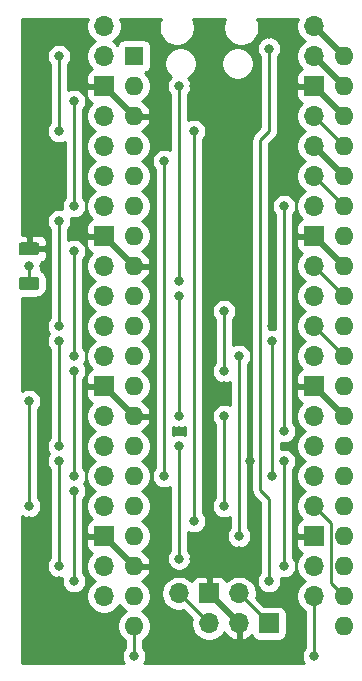
<source format=gbr>
%TF.GenerationSoftware,KiCad,Pcbnew,(5.1.9)-1*%
%TF.CreationDate,2021-10-31T23:11:17+08:00*%
%TF.ProjectId,PinRemapInterposer,50696e52-656d-4617-9049-6e746572706f,rev?*%
%TF.SameCoordinates,Original*%
%TF.FileFunction,Copper,L1,Top*%
%TF.FilePolarity,Positive*%
%FSLAX46Y46*%
G04 Gerber Fmt 4.6, Leading zero omitted, Abs format (unit mm)*
G04 Created by KiCad (PCBNEW (5.1.9)-1) date 2021-10-31 23:11:17*
%MOMM*%
%LPD*%
G01*
G04 APERTURE LIST*
%TA.AperFunction,ComponentPad*%
%ADD10O,1.700000X1.700000*%
%TD*%
%TA.AperFunction,ComponentPad*%
%ADD11R,1.700000X1.700000*%
%TD*%
%TA.AperFunction,ComponentPad*%
%ADD12O,1.600000X1.600000*%
%TD*%
%TA.AperFunction,ComponentPad*%
%ADD13R,1.600000X1.600000*%
%TD*%
%TA.AperFunction,ViaPad*%
%ADD14C,0.800000*%
%TD*%
%TA.AperFunction,Conductor*%
%ADD15C,0.500000*%
%TD*%
%TA.AperFunction,Conductor*%
%ADD16C,0.250000*%
%TD*%
%TA.AperFunction,Conductor*%
%ADD17C,0.254000*%
%TD*%
%TA.AperFunction,Conductor*%
%ADD18C,0.100000*%
%TD*%
G04 APERTURE END LIST*
D10*
%TO.P,J2,3*%
%TO.N,SWCLK*%
X143510000Y-161060000D03*
%TO.P,J2,2*%
%TO.N,GND*%
X146050000Y-161060000D03*
D11*
%TO.P,J2,1*%
%TO.N,SWDIO*%
X148590000Y-161060000D03*
%TD*%
%TO.P,R1,2*%
%TO.N,GND*%
%TA.AperFunction,SMDPad,CuDef*%
G36*
G01*
X128895001Y-129910000D02*
X127644999Y-129910000D01*
G75*
G02*
X127395000Y-129660001I0J249999D01*
G01*
X127395000Y-129034999D01*
G75*
G02*
X127644999Y-128785000I249999J0D01*
G01*
X128895001Y-128785000D01*
G75*
G02*
X129145000Y-129034999I0J-249999D01*
G01*
X129145000Y-129660001D01*
G75*
G02*
X128895001Y-129910000I-249999J0D01*
G01*
G37*
%TD.AperFunction*%
%TO.P,R1,1*%
%TO.N,DATA_DIR*%
%TA.AperFunction,SMDPad,CuDef*%
G36*
G01*
X128895001Y-132835000D02*
X127644999Y-132835000D01*
G75*
G02*
X127395000Y-132585001I0J249999D01*
G01*
X127395000Y-131959999D01*
G75*
G02*
X127644999Y-131710000I249999J0D01*
G01*
X128895001Y-131710000D01*
G75*
G02*
X129145000Y-131959999I0J-249999D01*
G01*
X129145000Y-132585001D01*
G75*
G02*
X128895001Y-132835000I-249999J0D01*
G01*
G37*
%TD.AperFunction*%
%TD*%
D10*
%TO.P,U5,43*%
%TO.N,SWDIO*%
X146050000Y-158520000D03*
D11*
%TO.P,U5,42*%
%TO.N,GND*%
X143510000Y-158520000D03*
D10*
%TO.P,U5,41*%
%TO.N,SWCLK*%
X140970000Y-158520000D03*
%TO.P,U5,40*%
%TO.N,VBUS*%
X152400000Y-110490000D03*
%TO.P,U5,39*%
%TO.N,VSYS*%
X152400000Y-113030000D03*
D11*
%TO.P,U5,38*%
%TO.N,GND*%
X152400000Y-115570000D03*
D10*
%TO.P,U5,37*%
%TO.N,3V3_EN*%
X152400000Y-118110000D03*
%TO.P,U5,36*%
%TO.N,+3V3*%
X152400000Y-120650000D03*
%TO.P,U5,35*%
%TO.N,ADC_VREF*%
X152400000Y-123190000D03*
%TO.P,U5,34*%
%TO.N,~RESET~_3V3*%
X152400000Y-125730000D03*
D11*
%TO.P,U5,33*%
%TO.N,GND*%
X152400000Y-128270000D03*
D10*
%TO.P,U5,32*%
%TO.N,~IRQ~_3V3*%
X152400000Y-130810000D03*
%TO.P,U5,31*%
%TO.N,~DRQ~_3V3*%
X152400000Y-133350000D03*
%TO.P,U5,30*%
%TO.N,RUN*%
X152400000Y-135890000D03*
%TO.P,U5,29*%
%TO.N,A1_3V3*%
X152400000Y-138430000D03*
D11*
%TO.P,U5,28*%
%TO.N,GND*%
X152400000Y-140970000D03*
D10*
%TO.P,U5,27*%
%TO.N,A0_3V3*%
X152400000Y-143510000D03*
%TO.P,U5,26*%
%TO.N,AEN_3V3*%
X152400000Y-146050000D03*
%TO.P,U5,25*%
%TO.N,~CS~_3V3*%
X152400000Y-148590000D03*
%TO.P,U5,24*%
%TO.N,~IOW~_3V3*%
X152400000Y-151130000D03*
D11*
%TO.P,U5,23*%
%TO.N,GND*%
X152400000Y-153670000D03*
D10*
%TO.P,U5,22*%
%TO.N,~IOR~_3V3*%
X152400000Y-156210000D03*
%TO.P,U5,21*%
%TO.N,~DACK~_3V3*%
X152400000Y-158750000D03*
%TO.P,U5,20*%
%TO.N,D7_3V3*%
X134620000Y-158750000D03*
%TO.P,U5,19*%
%TO.N,D6_3V3*%
X134620000Y-156210000D03*
D11*
%TO.P,U5,18*%
%TO.N,GND*%
X134620000Y-153670000D03*
D10*
%TO.P,U5,17*%
%TO.N,D5_3V3*%
X134620000Y-151130000D03*
%TO.P,U5,16*%
%TO.N,D4_3V3*%
X134620000Y-148590000D03*
%TO.P,U5,15*%
%TO.N,D3_3V3*%
X134620000Y-146050000D03*
%TO.P,U5,14*%
%TO.N,D2_3V3*%
X134620000Y-143510000D03*
D11*
%TO.P,U5,13*%
%TO.N,GND*%
X134620000Y-140970000D03*
D10*
%TO.P,U5,12*%
%TO.N,D1_3V3*%
X134620000Y-138430000D03*
%TO.P,U5,11*%
%TO.N,D0_3V3*%
X134620000Y-135890000D03*
%TO.P,U5,10*%
%TO.N,DATA_DIR*%
X134620000Y-133350000D03*
%TO.P,U5,9*%
%TO.N,CFG_DATA*%
X134620000Y-130810000D03*
D11*
%TO.P,U5,8*%
%TO.N,GND*%
X134620000Y-128270000D03*
D10*
%TO.P,U5,7*%
%TO.N,~DRIVE_ACTIVE~_3V3*%
X134620000Y-125730000D03*
%TO.P,U5,6*%
%TO.N,SD1_CS*%
X134620000Y-123190000D03*
%TO.P,U5,5*%
%TO.N,SPI_TX*%
X134620000Y-120650000D03*
%TO.P,U5,4*%
%TO.N,SPI_SCK*%
X134620000Y-118110000D03*
D11*
%TO.P,U5,3*%
%TO.N,GND*%
X134620000Y-115570000D03*
D10*
%TO.P,U5,2*%
%TO.N,SD0_CS*%
X134620000Y-113030000D03*
%TO.P,U5,1*%
%TO.N,SPI_RX*%
X134620000Y-110490000D03*
%TD*%
D12*
%TO.P,J1,40*%
%TO.N,VBUS*%
X154940000Y-113030000D03*
%TO.P,J1,20*%
%TO.N,~DACK~_3V3*%
X137160000Y-161290000D03*
%TO.P,J1,39*%
%TO.N,VSYS*%
X154940000Y-115570000D03*
%TO.P,J1,19*%
%TO.N,AEN_3V3*%
X137160000Y-158750000D03*
%TO.P,J1,38*%
%TO.N,GND*%
X154940000Y-118110000D03*
%TO.P,J1,18*%
X137160000Y-156210000D03*
%TO.P,J1,37*%
%TO.N,3V3_EN*%
X154940000Y-120650000D03*
%TO.P,J1,17*%
%TO.N,A1_3V3*%
X137160000Y-153670000D03*
%TO.P,J1,36*%
%TO.N,+3V3*%
X154940000Y-123190000D03*
%TO.P,J1,16*%
%TO.N,A0_3V3*%
X137160000Y-151130000D03*
%TO.P,J1,35*%
%TO.N,ADC_VREF*%
X154940000Y-125730000D03*
%TO.P,J1,15*%
%TO.N,D7_3V3*%
X137160000Y-148590000D03*
%TO.P,J1,34*%
%TO.N,~DRQ~_3V3*%
X154940000Y-128270000D03*
%TO.P,J1,14*%
%TO.N,D6_3V3*%
X137160000Y-146050000D03*
%TO.P,J1,33*%
%TO.N,GND*%
X154940000Y-130810000D03*
%TO.P,J1,13*%
X137160000Y-143510000D03*
%TO.P,J1,32*%
%TO.N,~IRQ~_3V3*%
X154940000Y-133350000D03*
%TO.P,J1,12*%
%TO.N,D5_3V3*%
X137160000Y-140970000D03*
%TO.P,J1,31*%
%TO.N,~CS~_3V3*%
X154940000Y-135890000D03*
%TO.P,J1,11*%
%TO.N,D4_3V3*%
X137160000Y-138430000D03*
%TO.P,J1,30*%
%TO.N,RUN*%
X154940000Y-138430000D03*
%TO.P,J1,10*%
%TO.N,D3_3V3*%
X137160000Y-135890000D03*
%TO.P,J1,29*%
%TO.N,DATA_DIR*%
X154940000Y-140970000D03*
%TO.P,J1,9*%
%TO.N,D2_3V3*%
X137160000Y-133350000D03*
%TO.P,J1,28*%
%TO.N,GND*%
X154940000Y-143510000D03*
%TO.P,J1,8*%
X137160000Y-130810000D03*
%TO.P,J1,27*%
%TO.N,~RESET~_3V3*%
X154940000Y-146050000D03*
%TO.P,J1,7*%
%TO.N,D1_3V3*%
X137160000Y-128270000D03*
%TO.P,J1,26*%
%TO.N,~IOR~_3V3*%
X154940000Y-148590000D03*
%TO.P,J1,6*%
%TO.N,D0_3V3*%
X137160000Y-125730000D03*
%TO.P,J1,25*%
%TO.N,SPI_TX*%
X154940000Y-151130000D03*
%TO.P,J1,5*%
%TO.N,SD1_CS*%
X137160000Y-123190000D03*
%TO.P,J1,24*%
%TO.N,SPI_SCK*%
X154940000Y-153670000D03*
%TO.P,J1,4*%
%TO.N,SD0_CS*%
X137160000Y-120650000D03*
%TO.P,J1,23*%
%TO.N,GND*%
X154940000Y-156210000D03*
%TO.P,J1,3*%
X137160000Y-118110000D03*
%TO.P,J1,22*%
%TO.N,~IOW~_3V3*%
X154940000Y-158750000D03*
%TO.P,J1,2*%
%TO.N,~DRIVE_ACTIVE~_3V3*%
X137160000Y-115570000D03*
%TO.P,J1,21*%
%TO.N,SPI_RX*%
X154940000Y-161290000D03*
D13*
%TO.P,J1,1*%
%TO.N,CFG_DATA*%
X137160000Y-113030000D03*
%TD*%
D14*
%TO.N,~DACK~_3V3*%
X152400000Y-163830000D03*
X137160000Y-163830000D03*
%TO.N,AEN_3V3*%
X140970000Y-155575000D03*
X140970000Y-146050000D03*
%TO.N,GND*%
X129540000Y-146050000D03*
X129540000Y-147320000D03*
X128270000Y-152400000D03*
X128270000Y-140970000D03*
X130810000Y-157480000D03*
X129540000Y-135890000D03*
X129540000Y-137160000D03*
X132080000Y-128270000D03*
X146050000Y-154940000D03*
X142240000Y-155575000D03*
X144780000Y-142240000D03*
X144780000Y-140970000D03*
X146050000Y-137160000D03*
X144780000Y-133350000D03*
X142240000Y-115570000D03*
X135890000Y-163830000D03*
X132080000Y-115570000D03*
X129540000Y-113030000D03*
X129540000Y-119380000D03*
X130810000Y-125730000D03*
X139700000Y-120650000D03*
X142240000Y-118110000D03*
X148590000Y-111125000D03*
X138430000Y-149860000D03*
X143510000Y-149860000D03*
X139700000Y-152400000D03*
X140970000Y-144780000D03*
X147320000Y-156845000D03*
X150495000Y-157480000D03*
X146939000Y-147320000D03*
X148844000Y-135890000D03*
X143510000Y-132080000D03*
X143510000Y-133350000D03*
X151130000Y-162560000D03*
X129540000Y-130810000D03*
X138430000Y-162560000D03*
X143510000Y-144780000D03*
%TO.N,A1_3V3*%
X146050000Y-153670000D03*
X146050000Y-138430000D03*
%TO.N,A0_3V3*%
X144780000Y-151130000D03*
X144780000Y-143510000D03*
%TO.N,D7_3V3*%
X132080000Y-149860000D03*
X132080000Y-157480000D03*
%TO.N,D6_3V3*%
X130810000Y-147320000D03*
X130810000Y-156210000D03*
%TO.N,D5_3V3*%
X128270000Y-151130000D03*
X128270000Y-142240000D03*
%TO.N,~CS~_3V3*%
X148844000Y-137160000D03*
X148844000Y-148590000D03*
%TO.N,D4_3V3*%
X132080000Y-148590000D03*
X132080000Y-139700000D03*
%TO.N,D3_3V3*%
X130810000Y-137160000D03*
X130810000Y-146050000D03*
%TO.N,DATA_DIR*%
X128270000Y-130810000D03*
X144780000Y-134620000D03*
X144780000Y-139700000D03*
%TO.N,D2_3V3*%
X140970000Y-133350000D03*
X140970000Y-143510000D03*
%TO.N,~RESET~_3V3*%
X149860000Y-144780000D03*
X149860000Y-125730000D03*
%TO.N,D1_3V3*%
X132080000Y-138430000D03*
X132080000Y-129540000D03*
%TO.N,~IOR~_3V3*%
X149860000Y-156210000D03*
X149860000Y-147320000D03*
%TO.N,D0_3V3*%
X130810000Y-135890000D03*
X130810000Y-127000000D03*
%TO.N,SPI_TX*%
X139700000Y-121920000D03*
X139700000Y-148590000D03*
%TO.N,SPI_SCK*%
X142240000Y-152400000D03*
X142240000Y-119380000D03*
%TO.N,SD0_CS*%
X130810000Y-113030000D03*
X130810000Y-119380000D03*
%TO.N,~DRIVE_ACTIVE~_3V3*%
X132080000Y-125730000D03*
X132080000Y-116840000D03*
%TO.N,SPI_RX*%
X148590000Y-112395000D03*
X148590000Y-157480000D03*
%TO.N,CFG_DATA*%
X140970000Y-132080000D03*
X140970000Y-115570000D03*
%TD*%
D15*
%TO.N,VBUS*%
X152400000Y-110490000D02*
X154940000Y-113030000D01*
D16*
%TO.N,~DACK~_3V3*%
X152400000Y-163830000D02*
X152400000Y-158750000D01*
X137160000Y-163830000D02*
X137160000Y-161290000D01*
D15*
%TO.N,VSYS*%
X152400000Y-113030000D02*
X154940000Y-115570000D01*
D16*
%TO.N,AEN_3V3*%
X140970000Y-155575000D02*
X140970000Y-146050000D01*
%TO.N,GND*%
X143510000Y-158520000D02*
X143510000Y-158750000D01*
D15*
X152400000Y-115570000D02*
X154940000Y-118110000D01*
X152400000Y-128270000D02*
X154940000Y-130810000D01*
X152400000Y-140970000D02*
X154940000Y-143510000D01*
X143510000Y-158520000D02*
X146050000Y-161060000D01*
X134620000Y-153670000D02*
X137160000Y-156210000D01*
X134620000Y-140970000D02*
X137160000Y-143510000D01*
X134620000Y-115570000D02*
X137160000Y-118110000D01*
X134620000Y-128270000D02*
X137160000Y-130810000D01*
D16*
%TO.N,3V3_EN*%
X152400000Y-118110000D02*
X154940000Y-120650000D01*
%TO.N,A1_3V3*%
X146050000Y-153670000D02*
X146050000Y-138430000D01*
D15*
%TO.N,+3V3*%
X152400000Y-120650000D02*
X154940000Y-123190000D01*
D16*
%TO.N,A0_3V3*%
X144780000Y-151130000D02*
X144780000Y-143510000D01*
%TO.N,ADC_VREF*%
X152400000Y-123190000D02*
X154940000Y-125730000D01*
%TO.N,D7_3V3*%
X132080000Y-157480000D02*
X132080000Y-149860000D01*
%TO.N,D6_3V3*%
X130810000Y-156210000D02*
X130810000Y-147320000D01*
%TO.N,~IRQ~_3V3*%
X152400000Y-130810000D02*
X154940000Y-133350000D01*
%TO.N,D5_3V3*%
X128270000Y-151130000D02*
X128270000Y-142240000D01*
%TO.N,~CS~_3V3*%
X148844000Y-148590000D02*
X148844000Y-137160000D01*
%TO.N,D4_3V3*%
X132080000Y-148590000D02*
X132080000Y-139700000D01*
%TO.N,RUN*%
X152400000Y-135890000D02*
X154940000Y-138430000D01*
%TO.N,D3_3V3*%
X130810000Y-146050000D02*
X130810000Y-137160000D01*
%TO.N,DATA_DIR*%
X128270000Y-130810000D02*
X128270000Y-132272500D01*
X144780000Y-134620000D02*
X144780000Y-139700000D01*
%TO.N,D2_3V3*%
X140970000Y-133350000D02*
X140970000Y-143510000D01*
%TO.N,~RESET~_3V3*%
X149860000Y-136525000D02*
X149860000Y-144780000D01*
X149860000Y-125730000D02*
X149860000Y-136525000D01*
%TO.N,D1_3V3*%
X132080000Y-138430000D02*
X132080000Y-129540000D01*
%TO.N,~IOR~_3V3*%
X149860000Y-156210000D02*
X149860000Y-147320000D01*
%TO.N,D0_3V3*%
X130810000Y-135890000D02*
X130810000Y-127000000D01*
%TO.N,SPI_TX*%
X139700000Y-148590000D02*
X139700000Y-121920000D01*
%TO.N,SPI_SCK*%
X142240000Y-152400000D02*
X142240000Y-119380000D01*
%TO.N,SD0_CS*%
X130810000Y-119380000D02*
X130810000Y-113030000D01*
%TO.N,~IOW~_3V3*%
X153814999Y-152544999D02*
X152400000Y-151130000D01*
X153814999Y-157624999D02*
X153814999Y-152544999D01*
X154940000Y-158750000D02*
X153814999Y-157624999D01*
%TO.N,~DRIVE_ACTIVE~_3V3*%
X132080000Y-125730000D02*
X132080000Y-116840000D01*
%TO.N,SPI_RX*%
X147864999Y-120105001D02*
X148590000Y-119380000D01*
X147864999Y-149769999D02*
X147864999Y-120105001D01*
X148590000Y-150495000D02*
X147864999Y-149769999D01*
X148590000Y-119380000D02*
X148590000Y-112395000D01*
X148590000Y-157480000D02*
X148590000Y-150495000D01*
%TO.N,CFG_DATA*%
X140970000Y-132080000D02*
X140970000Y-115570000D01*
%TO.N,SWCLK*%
X140970000Y-158520000D02*
X143510000Y-161060000D01*
%TO.N,SWDIO*%
X146050000Y-158520000D02*
X148590000Y-161060000D01*
%TD*%
D17*
%TO.N,GND*%
X133192068Y-110056842D02*
X133135000Y-110343740D01*
X133135000Y-110636260D01*
X133192068Y-110923158D01*
X133304010Y-111193411D01*
X133466525Y-111436632D01*
X133673368Y-111643475D01*
X133847760Y-111760000D01*
X133673368Y-111876525D01*
X133466525Y-112083368D01*
X133304010Y-112326589D01*
X133192068Y-112596842D01*
X133135000Y-112883740D01*
X133135000Y-113176260D01*
X133192068Y-113463158D01*
X133304010Y-113733411D01*
X133466525Y-113976632D01*
X133598380Y-114108487D01*
X133525820Y-114130498D01*
X133415506Y-114189463D01*
X133318815Y-114268815D01*
X133239463Y-114365506D01*
X133180498Y-114475820D01*
X133144188Y-114595518D01*
X133131928Y-114720000D01*
X133135000Y-115284250D01*
X133293750Y-115443000D01*
X134493000Y-115443000D01*
X134493000Y-115423000D01*
X134747000Y-115423000D01*
X134747000Y-115443000D01*
X134767000Y-115443000D01*
X134767000Y-115697000D01*
X134747000Y-115697000D01*
X134747000Y-115717000D01*
X134493000Y-115717000D01*
X134493000Y-115697000D01*
X133293750Y-115697000D01*
X133135000Y-115855750D01*
X133131928Y-116420000D01*
X133144188Y-116544482D01*
X133180498Y-116664180D01*
X133239463Y-116774494D01*
X133318815Y-116871185D01*
X133415506Y-116950537D01*
X133525820Y-117009502D01*
X133598380Y-117031513D01*
X133466525Y-117163368D01*
X133304010Y-117406589D01*
X133192068Y-117676842D01*
X133135000Y-117963740D01*
X133135000Y-118256260D01*
X133192068Y-118543158D01*
X133304010Y-118813411D01*
X133466525Y-119056632D01*
X133673368Y-119263475D01*
X133847760Y-119380000D01*
X133673368Y-119496525D01*
X133466525Y-119703368D01*
X133304010Y-119946589D01*
X133192068Y-120216842D01*
X133135000Y-120503740D01*
X133135000Y-120796260D01*
X133192068Y-121083158D01*
X133304010Y-121353411D01*
X133466525Y-121596632D01*
X133673368Y-121803475D01*
X133847760Y-121920000D01*
X133673368Y-122036525D01*
X133466525Y-122243368D01*
X133304010Y-122486589D01*
X133192068Y-122756842D01*
X133135000Y-123043740D01*
X133135000Y-123336260D01*
X133192068Y-123623158D01*
X133304010Y-123893411D01*
X133466525Y-124136632D01*
X133673368Y-124343475D01*
X133847760Y-124460000D01*
X133673368Y-124576525D01*
X133466525Y-124783368D01*
X133304010Y-125026589D01*
X133192068Y-125296842D01*
X133135000Y-125583740D01*
X133135000Y-125876260D01*
X133192068Y-126163158D01*
X133304010Y-126433411D01*
X133466525Y-126676632D01*
X133598380Y-126808487D01*
X133525820Y-126830498D01*
X133415506Y-126889463D01*
X133318815Y-126968815D01*
X133239463Y-127065506D01*
X133180498Y-127175820D01*
X133144188Y-127295518D01*
X133131928Y-127420000D01*
X133135000Y-127984250D01*
X133293750Y-128143000D01*
X134493000Y-128143000D01*
X134493000Y-128123000D01*
X134747000Y-128123000D01*
X134747000Y-128143000D01*
X134767000Y-128143000D01*
X134767000Y-128397000D01*
X134747000Y-128397000D01*
X134747000Y-128417000D01*
X134493000Y-128417000D01*
X134493000Y-128397000D01*
X133293750Y-128397000D01*
X133135000Y-128555750D01*
X133131928Y-129120000D01*
X133144188Y-129244482D01*
X133180498Y-129364180D01*
X133239463Y-129474494D01*
X133318815Y-129571185D01*
X133415506Y-129650537D01*
X133525820Y-129709502D01*
X133598380Y-129731513D01*
X133466525Y-129863368D01*
X133304010Y-130106589D01*
X133192068Y-130376842D01*
X133135000Y-130663740D01*
X133135000Y-130956260D01*
X133192068Y-131243158D01*
X133304010Y-131513411D01*
X133466525Y-131756632D01*
X133673368Y-131963475D01*
X133847760Y-132080000D01*
X133673368Y-132196525D01*
X133466525Y-132403368D01*
X133304010Y-132646589D01*
X133192068Y-132916842D01*
X133135000Y-133203740D01*
X133135000Y-133496260D01*
X133192068Y-133783158D01*
X133304010Y-134053411D01*
X133466525Y-134296632D01*
X133673368Y-134503475D01*
X133847760Y-134620000D01*
X133673368Y-134736525D01*
X133466525Y-134943368D01*
X133304010Y-135186589D01*
X133192068Y-135456842D01*
X133135000Y-135743740D01*
X133135000Y-136036260D01*
X133192068Y-136323158D01*
X133304010Y-136593411D01*
X133466525Y-136836632D01*
X133673368Y-137043475D01*
X133847760Y-137160000D01*
X133673368Y-137276525D01*
X133466525Y-137483368D01*
X133304010Y-137726589D01*
X133192068Y-137996842D01*
X133135000Y-138283740D01*
X133135000Y-138576260D01*
X133192068Y-138863158D01*
X133304010Y-139133411D01*
X133466525Y-139376632D01*
X133598380Y-139508487D01*
X133525820Y-139530498D01*
X133415506Y-139589463D01*
X133318815Y-139668815D01*
X133239463Y-139765506D01*
X133180498Y-139875820D01*
X133144188Y-139995518D01*
X133131928Y-140120000D01*
X133135000Y-140684250D01*
X133293750Y-140843000D01*
X134493000Y-140843000D01*
X134493000Y-140823000D01*
X134747000Y-140823000D01*
X134747000Y-140843000D01*
X134767000Y-140843000D01*
X134767000Y-141097000D01*
X134747000Y-141097000D01*
X134747000Y-141117000D01*
X134493000Y-141117000D01*
X134493000Y-141097000D01*
X133293750Y-141097000D01*
X133135000Y-141255750D01*
X133131928Y-141820000D01*
X133144188Y-141944482D01*
X133180498Y-142064180D01*
X133239463Y-142174494D01*
X133318815Y-142271185D01*
X133415506Y-142350537D01*
X133525820Y-142409502D01*
X133598380Y-142431513D01*
X133466525Y-142563368D01*
X133304010Y-142806589D01*
X133192068Y-143076842D01*
X133135000Y-143363740D01*
X133135000Y-143656260D01*
X133192068Y-143943158D01*
X133304010Y-144213411D01*
X133466525Y-144456632D01*
X133673368Y-144663475D01*
X133847760Y-144780000D01*
X133673368Y-144896525D01*
X133466525Y-145103368D01*
X133304010Y-145346589D01*
X133192068Y-145616842D01*
X133135000Y-145903740D01*
X133135000Y-146196260D01*
X133192068Y-146483158D01*
X133304010Y-146753411D01*
X133466525Y-146996632D01*
X133673368Y-147203475D01*
X133847760Y-147320000D01*
X133673368Y-147436525D01*
X133466525Y-147643368D01*
X133304010Y-147886589D01*
X133192068Y-148156842D01*
X133135000Y-148443740D01*
X133135000Y-148736260D01*
X133192068Y-149023158D01*
X133304010Y-149293411D01*
X133466525Y-149536632D01*
X133673368Y-149743475D01*
X133847760Y-149860000D01*
X133673368Y-149976525D01*
X133466525Y-150183368D01*
X133304010Y-150426589D01*
X133192068Y-150696842D01*
X133135000Y-150983740D01*
X133135000Y-151276260D01*
X133192068Y-151563158D01*
X133304010Y-151833411D01*
X133466525Y-152076632D01*
X133598380Y-152208487D01*
X133525820Y-152230498D01*
X133415506Y-152289463D01*
X133318815Y-152368815D01*
X133239463Y-152465506D01*
X133180498Y-152575820D01*
X133144188Y-152695518D01*
X133131928Y-152820000D01*
X133135000Y-153384250D01*
X133293750Y-153543000D01*
X134493000Y-153543000D01*
X134493000Y-153523000D01*
X134747000Y-153523000D01*
X134747000Y-153543000D01*
X134767000Y-153543000D01*
X134767000Y-153797000D01*
X134747000Y-153797000D01*
X134747000Y-153817000D01*
X134493000Y-153817000D01*
X134493000Y-153797000D01*
X133293750Y-153797000D01*
X133135000Y-153955750D01*
X133131928Y-154520000D01*
X133144188Y-154644482D01*
X133180498Y-154764180D01*
X133239463Y-154874494D01*
X133318815Y-154971185D01*
X133415506Y-155050537D01*
X133525820Y-155109502D01*
X133598380Y-155131513D01*
X133466525Y-155263368D01*
X133304010Y-155506589D01*
X133192068Y-155776842D01*
X133135000Y-156063740D01*
X133135000Y-156356260D01*
X133192068Y-156643158D01*
X133304010Y-156913411D01*
X133466525Y-157156632D01*
X133673368Y-157363475D01*
X133847760Y-157480000D01*
X133673368Y-157596525D01*
X133466525Y-157803368D01*
X133304010Y-158046589D01*
X133192068Y-158316842D01*
X133135000Y-158603740D01*
X133135000Y-158896260D01*
X133192068Y-159183158D01*
X133304010Y-159453411D01*
X133466525Y-159696632D01*
X133673368Y-159903475D01*
X133916589Y-160065990D01*
X134186842Y-160177932D01*
X134473740Y-160235000D01*
X134766260Y-160235000D01*
X135053158Y-160177932D01*
X135323411Y-160065990D01*
X135566632Y-159903475D01*
X135773475Y-159696632D01*
X135920068Y-159477241D01*
X136045363Y-159664759D01*
X136245241Y-159864637D01*
X136477759Y-160020000D01*
X136245241Y-160175363D01*
X136045363Y-160375241D01*
X135888320Y-160610273D01*
X135780147Y-160871426D01*
X135725000Y-161148665D01*
X135725000Y-161431335D01*
X135780147Y-161708574D01*
X135888320Y-161969727D01*
X136045363Y-162204759D01*
X136245241Y-162404637D01*
X136400001Y-162508044D01*
X136400000Y-163126289D01*
X136356063Y-163170226D01*
X136242795Y-163339744D01*
X136164774Y-163528102D01*
X136125000Y-163728061D01*
X136125000Y-163931939D01*
X136164774Y-164131898D01*
X136242795Y-164320256D01*
X136322805Y-164440000D01*
X127660000Y-164440000D01*
X127660000Y-151967195D01*
X127779744Y-152047205D01*
X127968102Y-152125226D01*
X128168061Y-152165000D01*
X128371939Y-152165000D01*
X128571898Y-152125226D01*
X128760256Y-152047205D01*
X128929774Y-151933937D01*
X129073937Y-151789774D01*
X129187205Y-151620256D01*
X129265226Y-151431898D01*
X129305000Y-151231939D01*
X129305000Y-151028061D01*
X129265226Y-150828102D01*
X129187205Y-150639744D01*
X129073937Y-150470226D01*
X129030000Y-150426289D01*
X129030000Y-142943711D01*
X129073937Y-142899774D01*
X129187205Y-142730256D01*
X129265226Y-142541898D01*
X129305000Y-142341939D01*
X129305000Y-142138061D01*
X129265226Y-141938102D01*
X129187205Y-141749744D01*
X129073937Y-141580226D01*
X128929774Y-141436063D01*
X128760256Y-141322795D01*
X128571898Y-141244774D01*
X128371939Y-141205000D01*
X128168061Y-141205000D01*
X127968102Y-141244774D01*
X127779744Y-141322795D01*
X127660000Y-141402805D01*
X127660000Y-133473072D01*
X128895001Y-133473072D01*
X129068255Y-133456008D01*
X129234851Y-133405472D01*
X129388387Y-133323405D01*
X129522962Y-133212962D01*
X129633405Y-133078387D01*
X129715472Y-132924851D01*
X129766008Y-132758255D01*
X129783072Y-132585001D01*
X129783072Y-131959999D01*
X129766008Y-131786745D01*
X129715472Y-131620149D01*
X129633405Y-131466613D01*
X129522962Y-131332038D01*
X129388387Y-131221595D01*
X129250350Y-131147812D01*
X129265226Y-131111898D01*
X129305000Y-130911939D01*
X129305000Y-130708061D01*
X129270666Y-130535453D01*
X129389180Y-130499502D01*
X129499494Y-130440537D01*
X129596185Y-130361185D01*
X129675537Y-130264494D01*
X129734502Y-130154180D01*
X129770812Y-130034482D01*
X129783072Y-129910000D01*
X129780000Y-129633250D01*
X129621250Y-129474500D01*
X128397000Y-129474500D01*
X128397000Y-129494500D01*
X128143000Y-129494500D01*
X128143000Y-129474500D01*
X128123000Y-129474500D01*
X128123000Y-129220500D01*
X128143000Y-129220500D01*
X128143000Y-128308750D01*
X128397000Y-128308750D01*
X128397000Y-129220500D01*
X129621250Y-129220500D01*
X129780000Y-129061750D01*
X129783072Y-128785000D01*
X129770812Y-128660518D01*
X129734502Y-128540820D01*
X129675537Y-128430506D01*
X129596185Y-128333815D01*
X129499494Y-128254463D01*
X129389180Y-128195498D01*
X129269482Y-128159188D01*
X129145000Y-128146928D01*
X128555750Y-128150000D01*
X128397000Y-128308750D01*
X128143000Y-128308750D01*
X127984250Y-128150000D01*
X127660000Y-128148310D01*
X127660000Y-112928061D01*
X129775000Y-112928061D01*
X129775000Y-113131939D01*
X129814774Y-113331898D01*
X129892795Y-113520256D01*
X130006063Y-113689774D01*
X130050001Y-113733712D01*
X130050000Y-118676289D01*
X130006063Y-118720226D01*
X129892795Y-118889744D01*
X129814774Y-119078102D01*
X129775000Y-119278061D01*
X129775000Y-119481939D01*
X129814774Y-119681898D01*
X129892795Y-119870256D01*
X130006063Y-120039774D01*
X130150226Y-120183937D01*
X130319744Y-120297205D01*
X130508102Y-120375226D01*
X130708061Y-120415000D01*
X130911939Y-120415000D01*
X131111898Y-120375226D01*
X131300256Y-120297205D01*
X131320001Y-120284012D01*
X131320000Y-125026289D01*
X131276063Y-125070226D01*
X131162795Y-125239744D01*
X131084774Y-125428102D01*
X131045000Y-125628061D01*
X131045000Y-125831939D01*
X131078039Y-125998039D01*
X130911939Y-125965000D01*
X130708061Y-125965000D01*
X130508102Y-126004774D01*
X130319744Y-126082795D01*
X130150226Y-126196063D01*
X130006063Y-126340226D01*
X129892795Y-126509744D01*
X129814774Y-126698102D01*
X129775000Y-126898061D01*
X129775000Y-127101939D01*
X129814774Y-127301898D01*
X129892795Y-127490256D01*
X130006063Y-127659774D01*
X130050001Y-127703712D01*
X130050000Y-135186289D01*
X130006063Y-135230226D01*
X129892795Y-135399744D01*
X129814774Y-135588102D01*
X129775000Y-135788061D01*
X129775000Y-135991939D01*
X129814774Y-136191898D01*
X129892795Y-136380256D01*
X129989510Y-136525000D01*
X129892795Y-136669744D01*
X129814774Y-136858102D01*
X129775000Y-137058061D01*
X129775000Y-137261939D01*
X129814774Y-137461898D01*
X129892795Y-137650256D01*
X130006063Y-137819774D01*
X130050001Y-137863712D01*
X130050000Y-145346289D01*
X130006063Y-145390226D01*
X129892795Y-145559744D01*
X129814774Y-145748102D01*
X129775000Y-145948061D01*
X129775000Y-146151939D01*
X129814774Y-146351898D01*
X129892795Y-146540256D01*
X129989510Y-146685000D01*
X129892795Y-146829744D01*
X129814774Y-147018102D01*
X129775000Y-147218061D01*
X129775000Y-147421939D01*
X129814774Y-147621898D01*
X129892795Y-147810256D01*
X130006063Y-147979774D01*
X130050001Y-148023712D01*
X130050000Y-155506289D01*
X130006063Y-155550226D01*
X129892795Y-155719744D01*
X129814774Y-155908102D01*
X129775000Y-156108061D01*
X129775000Y-156311939D01*
X129814774Y-156511898D01*
X129892795Y-156700256D01*
X130006063Y-156869774D01*
X130150226Y-157013937D01*
X130319744Y-157127205D01*
X130508102Y-157205226D01*
X130708061Y-157245000D01*
X130911939Y-157245000D01*
X131078039Y-157211961D01*
X131045000Y-157378061D01*
X131045000Y-157581939D01*
X131084774Y-157781898D01*
X131162795Y-157970256D01*
X131276063Y-158139774D01*
X131420226Y-158283937D01*
X131589744Y-158397205D01*
X131778102Y-158475226D01*
X131978061Y-158515000D01*
X132181939Y-158515000D01*
X132381898Y-158475226D01*
X132570256Y-158397205D01*
X132739774Y-158283937D01*
X132883937Y-158139774D01*
X132997205Y-157970256D01*
X133075226Y-157781898D01*
X133115000Y-157581939D01*
X133115000Y-157378061D01*
X133075226Y-157178102D01*
X132997205Y-156989744D01*
X132883937Y-156820226D01*
X132840000Y-156776289D01*
X132840000Y-150563711D01*
X132883937Y-150519774D01*
X132997205Y-150350256D01*
X133075226Y-150161898D01*
X133115000Y-149961939D01*
X133115000Y-149758061D01*
X133075226Y-149558102D01*
X132997205Y-149369744D01*
X132900490Y-149225000D01*
X132997205Y-149080256D01*
X133075226Y-148891898D01*
X133115000Y-148691939D01*
X133115000Y-148488061D01*
X133075226Y-148288102D01*
X132997205Y-148099744D01*
X132883937Y-147930226D01*
X132840000Y-147886289D01*
X132840000Y-140403711D01*
X132883937Y-140359774D01*
X132997205Y-140190256D01*
X133075226Y-140001898D01*
X133115000Y-139801939D01*
X133115000Y-139598061D01*
X133075226Y-139398102D01*
X132997205Y-139209744D01*
X132900490Y-139065000D01*
X132997205Y-138920256D01*
X133075226Y-138731898D01*
X133115000Y-138531939D01*
X133115000Y-138328061D01*
X133075226Y-138128102D01*
X132997205Y-137939744D01*
X132883937Y-137770226D01*
X132840000Y-137726289D01*
X132840000Y-130243711D01*
X132883937Y-130199774D01*
X132997205Y-130030256D01*
X133075226Y-129841898D01*
X133115000Y-129641939D01*
X133115000Y-129438061D01*
X133075226Y-129238102D01*
X132997205Y-129049744D01*
X132883937Y-128880226D01*
X132739774Y-128736063D01*
X132570256Y-128622795D01*
X132381898Y-128544774D01*
X132181939Y-128505000D01*
X131978061Y-128505000D01*
X131778102Y-128544774D01*
X131589744Y-128622795D01*
X131570000Y-128635987D01*
X131570000Y-127703711D01*
X131613937Y-127659774D01*
X131727205Y-127490256D01*
X131805226Y-127301898D01*
X131845000Y-127101939D01*
X131845000Y-126898061D01*
X131811961Y-126731961D01*
X131978061Y-126765000D01*
X132181939Y-126765000D01*
X132381898Y-126725226D01*
X132570256Y-126647205D01*
X132739774Y-126533937D01*
X132883937Y-126389774D01*
X132997205Y-126220256D01*
X133075226Y-126031898D01*
X133115000Y-125831939D01*
X133115000Y-125628061D01*
X133075226Y-125428102D01*
X132997205Y-125239744D01*
X132883937Y-125070226D01*
X132840000Y-125026289D01*
X132840000Y-117543711D01*
X132883937Y-117499774D01*
X132997205Y-117330256D01*
X133075226Y-117141898D01*
X133115000Y-116941939D01*
X133115000Y-116738061D01*
X133075226Y-116538102D01*
X132997205Y-116349744D01*
X132883937Y-116180226D01*
X132739774Y-116036063D01*
X132570256Y-115922795D01*
X132381898Y-115844774D01*
X132181939Y-115805000D01*
X131978061Y-115805000D01*
X131778102Y-115844774D01*
X131589744Y-115922795D01*
X131570000Y-115935987D01*
X131570000Y-113733711D01*
X131613937Y-113689774D01*
X131727205Y-113520256D01*
X131805226Y-113331898D01*
X131845000Y-113131939D01*
X131845000Y-112928061D01*
X131805226Y-112728102D01*
X131727205Y-112539744D01*
X131613937Y-112370226D01*
X131469774Y-112226063D01*
X131300256Y-112112795D01*
X131111898Y-112034774D01*
X130911939Y-111995000D01*
X130708061Y-111995000D01*
X130508102Y-112034774D01*
X130319744Y-112112795D01*
X130150226Y-112226063D01*
X130006063Y-112370226D01*
X129892795Y-112539744D01*
X129814774Y-112728102D01*
X129775000Y-112928061D01*
X127660000Y-112928061D01*
X127660000Y-109880000D01*
X133265318Y-109880000D01*
X133192068Y-110056842D01*
%TA.AperFunction,Conductor*%
D18*
G36*
X133192068Y-110056842D02*
G01*
X133135000Y-110343740D01*
X133135000Y-110636260D01*
X133192068Y-110923158D01*
X133304010Y-111193411D01*
X133466525Y-111436632D01*
X133673368Y-111643475D01*
X133847760Y-111760000D01*
X133673368Y-111876525D01*
X133466525Y-112083368D01*
X133304010Y-112326589D01*
X133192068Y-112596842D01*
X133135000Y-112883740D01*
X133135000Y-113176260D01*
X133192068Y-113463158D01*
X133304010Y-113733411D01*
X133466525Y-113976632D01*
X133598380Y-114108487D01*
X133525820Y-114130498D01*
X133415506Y-114189463D01*
X133318815Y-114268815D01*
X133239463Y-114365506D01*
X133180498Y-114475820D01*
X133144188Y-114595518D01*
X133131928Y-114720000D01*
X133135000Y-115284250D01*
X133293750Y-115443000D01*
X134493000Y-115443000D01*
X134493000Y-115423000D01*
X134747000Y-115423000D01*
X134747000Y-115443000D01*
X134767000Y-115443000D01*
X134767000Y-115697000D01*
X134747000Y-115697000D01*
X134747000Y-115717000D01*
X134493000Y-115717000D01*
X134493000Y-115697000D01*
X133293750Y-115697000D01*
X133135000Y-115855750D01*
X133131928Y-116420000D01*
X133144188Y-116544482D01*
X133180498Y-116664180D01*
X133239463Y-116774494D01*
X133318815Y-116871185D01*
X133415506Y-116950537D01*
X133525820Y-117009502D01*
X133598380Y-117031513D01*
X133466525Y-117163368D01*
X133304010Y-117406589D01*
X133192068Y-117676842D01*
X133135000Y-117963740D01*
X133135000Y-118256260D01*
X133192068Y-118543158D01*
X133304010Y-118813411D01*
X133466525Y-119056632D01*
X133673368Y-119263475D01*
X133847760Y-119380000D01*
X133673368Y-119496525D01*
X133466525Y-119703368D01*
X133304010Y-119946589D01*
X133192068Y-120216842D01*
X133135000Y-120503740D01*
X133135000Y-120796260D01*
X133192068Y-121083158D01*
X133304010Y-121353411D01*
X133466525Y-121596632D01*
X133673368Y-121803475D01*
X133847760Y-121920000D01*
X133673368Y-122036525D01*
X133466525Y-122243368D01*
X133304010Y-122486589D01*
X133192068Y-122756842D01*
X133135000Y-123043740D01*
X133135000Y-123336260D01*
X133192068Y-123623158D01*
X133304010Y-123893411D01*
X133466525Y-124136632D01*
X133673368Y-124343475D01*
X133847760Y-124460000D01*
X133673368Y-124576525D01*
X133466525Y-124783368D01*
X133304010Y-125026589D01*
X133192068Y-125296842D01*
X133135000Y-125583740D01*
X133135000Y-125876260D01*
X133192068Y-126163158D01*
X133304010Y-126433411D01*
X133466525Y-126676632D01*
X133598380Y-126808487D01*
X133525820Y-126830498D01*
X133415506Y-126889463D01*
X133318815Y-126968815D01*
X133239463Y-127065506D01*
X133180498Y-127175820D01*
X133144188Y-127295518D01*
X133131928Y-127420000D01*
X133135000Y-127984250D01*
X133293750Y-128143000D01*
X134493000Y-128143000D01*
X134493000Y-128123000D01*
X134747000Y-128123000D01*
X134747000Y-128143000D01*
X134767000Y-128143000D01*
X134767000Y-128397000D01*
X134747000Y-128397000D01*
X134747000Y-128417000D01*
X134493000Y-128417000D01*
X134493000Y-128397000D01*
X133293750Y-128397000D01*
X133135000Y-128555750D01*
X133131928Y-129120000D01*
X133144188Y-129244482D01*
X133180498Y-129364180D01*
X133239463Y-129474494D01*
X133318815Y-129571185D01*
X133415506Y-129650537D01*
X133525820Y-129709502D01*
X133598380Y-129731513D01*
X133466525Y-129863368D01*
X133304010Y-130106589D01*
X133192068Y-130376842D01*
X133135000Y-130663740D01*
X133135000Y-130956260D01*
X133192068Y-131243158D01*
X133304010Y-131513411D01*
X133466525Y-131756632D01*
X133673368Y-131963475D01*
X133847760Y-132080000D01*
X133673368Y-132196525D01*
X133466525Y-132403368D01*
X133304010Y-132646589D01*
X133192068Y-132916842D01*
X133135000Y-133203740D01*
X133135000Y-133496260D01*
X133192068Y-133783158D01*
X133304010Y-134053411D01*
X133466525Y-134296632D01*
X133673368Y-134503475D01*
X133847760Y-134620000D01*
X133673368Y-134736525D01*
X133466525Y-134943368D01*
X133304010Y-135186589D01*
X133192068Y-135456842D01*
X133135000Y-135743740D01*
X133135000Y-136036260D01*
X133192068Y-136323158D01*
X133304010Y-136593411D01*
X133466525Y-136836632D01*
X133673368Y-137043475D01*
X133847760Y-137160000D01*
X133673368Y-137276525D01*
X133466525Y-137483368D01*
X133304010Y-137726589D01*
X133192068Y-137996842D01*
X133135000Y-138283740D01*
X133135000Y-138576260D01*
X133192068Y-138863158D01*
X133304010Y-139133411D01*
X133466525Y-139376632D01*
X133598380Y-139508487D01*
X133525820Y-139530498D01*
X133415506Y-139589463D01*
X133318815Y-139668815D01*
X133239463Y-139765506D01*
X133180498Y-139875820D01*
X133144188Y-139995518D01*
X133131928Y-140120000D01*
X133135000Y-140684250D01*
X133293750Y-140843000D01*
X134493000Y-140843000D01*
X134493000Y-140823000D01*
X134747000Y-140823000D01*
X134747000Y-140843000D01*
X134767000Y-140843000D01*
X134767000Y-141097000D01*
X134747000Y-141097000D01*
X134747000Y-141117000D01*
X134493000Y-141117000D01*
X134493000Y-141097000D01*
X133293750Y-141097000D01*
X133135000Y-141255750D01*
X133131928Y-141820000D01*
X133144188Y-141944482D01*
X133180498Y-142064180D01*
X133239463Y-142174494D01*
X133318815Y-142271185D01*
X133415506Y-142350537D01*
X133525820Y-142409502D01*
X133598380Y-142431513D01*
X133466525Y-142563368D01*
X133304010Y-142806589D01*
X133192068Y-143076842D01*
X133135000Y-143363740D01*
X133135000Y-143656260D01*
X133192068Y-143943158D01*
X133304010Y-144213411D01*
X133466525Y-144456632D01*
X133673368Y-144663475D01*
X133847760Y-144780000D01*
X133673368Y-144896525D01*
X133466525Y-145103368D01*
X133304010Y-145346589D01*
X133192068Y-145616842D01*
X133135000Y-145903740D01*
X133135000Y-146196260D01*
X133192068Y-146483158D01*
X133304010Y-146753411D01*
X133466525Y-146996632D01*
X133673368Y-147203475D01*
X133847760Y-147320000D01*
X133673368Y-147436525D01*
X133466525Y-147643368D01*
X133304010Y-147886589D01*
X133192068Y-148156842D01*
X133135000Y-148443740D01*
X133135000Y-148736260D01*
X133192068Y-149023158D01*
X133304010Y-149293411D01*
X133466525Y-149536632D01*
X133673368Y-149743475D01*
X133847760Y-149860000D01*
X133673368Y-149976525D01*
X133466525Y-150183368D01*
X133304010Y-150426589D01*
X133192068Y-150696842D01*
X133135000Y-150983740D01*
X133135000Y-151276260D01*
X133192068Y-151563158D01*
X133304010Y-151833411D01*
X133466525Y-152076632D01*
X133598380Y-152208487D01*
X133525820Y-152230498D01*
X133415506Y-152289463D01*
X133318815Y-152368815D01*
X133239463Y-152465506D01*
X133180498Y-152575820D01*
X133144188Y-152695518D01*
X133131928Y-152820000D01*
X133135000Y-153384250D01*
X133293750Y-153543000D01*
X134493000Y-153543000D01*
X134493000Y-153523000D01*
X134747000Y-153523000D01*
X134747000Y-153543000D01*
X134767000Y-153543000D01*
X134767000Y-153797000D01*
X134747000Y-153797000D01*
X134747000Y-153817000D01*
X134493000Y-153817000D01*
X134493000Y-153797000D01*
X133293750Y-153797000D01*
X133135000Y-153955750D01*
X133131928Y-154520000D01*
X133144188Y-154644482D01*
X133180498Y-154764180D01*
X133239463Y-154874494D01*
X133318815Y-154971185D01*
X133415506Y-155050537D01*
X133525820Y-155109502D01*
X133598380Y-155131513D01*
X133466525Y-155263368D01*
X133304010Y-155506589D01*
X133192068Y-155776842D01*
X133135000Y-156063740D01*
X133135000Y-156356260D01*
X133192068Y-156643158D01*
X133304010Y-156913411D01*
X133466525Y-157156632D01*
X133673368Y-157363475D01*
X133847760Y-157480000D01*
X133673368Y-157596525D01*
X133466525Y-157803368D01*
X133304010Y-158046589D01*
X133192068Y-158316842D01*
X133135000Y-158603740D01*
X133135000Y-158896260D01*
X133192068Y-159183158D01*
X133304010Y-159453411D01*
X133466525Y-159696632D01*
X133673368Y-159903475D01*
X133916589Y-160065990D01*
X134186842Y-160177932D01*
X134473740Y-160235000D01*
X134766260Y-160235000D01*
X135053158Y-160177932D01*
X135323411Y-160065990D01*
X135566632Y-159903475D01*
X135773475Y-159696632D01*
X135920068Y-159477241D01*
X136045363Y-159664759D01*
X136245241Y-159864637D01*
X136477759Y-160020000D01*
X136245241Y-160175363D01*
X136045363Y-160375241D01*
X135888320Y-160610273D01*
X135780147Y-160871426D01*
X135725000Y-161148665D01*
X135725000Y-161431335D01*
X135780147Y-161708574D01*
X135888320Y-161969727D01*
X136045363Y-162204759D01*
X136245241Y-162404637D01*
X136400001Y-162508044D01*
X136400000Y-163126289D01*
X136356063Y-163170226D01*
X136242795Y-163339744D01*
X136164774Y-163528102D01*
X136125000Y-163728061D01*
X136125000Y-163931939D01*
X136164774Y-164131898D01*
X136242795Y-164320256D01*
X136322805Y-164440000D01*
X127660000Y-164440000D01*
X127660000Y-151967195D01*
X127779744Y-152047205D01*
X127968102Y-152125226D01*
X128168061Y-152165000D01*
X128371939Y-152165000D01*
X128571898Y-152125226D01*
X128760256Y-152047205D01*
X128929774Y-151933937D01*
X129073937Y-151789774D01*
X129187205Y-151620256D01*
X129265226Y-151431898D01*
X129305000Y-151231939D01*
X129305000Y-151028061D01*
X129265226Y-150828102D01*
X129187205Y-150639744D01*
X129073937Y-150470226D01*
X129030000Y-150426289D01*
X129030000Y-142943711D01*
X129073937Y-142899774D01*
X129187205Y-142730256D01*
X129265226Y-142541898D01*
X129305000Y-142341939D01*
X129305000Y-142138061D01*
X129265226Y-141938102D01*
X129187205Y-141749744D01*
X129073937Y-141580226D01*
X128929774Y-141436063D01*
X128760256Y-141322795D01*
X128571898Y-141244774D01*
X128371939Y-141205000D01*
X128168061Y-141205000D01*
X127968102Y-141244774D01*
X127779744Y-141322795D01*
X127660000Y-141402805D01*
X127660000Y-133473072D01*
X128895001Y-133473072D01*
X129068255Y-133456008D01*
X129234851Y-133405472D01*
X129388387Y-133323405D01*
X129522962Y-133212962D01*
X129633405Y-133078387D01*
X129715472Y-132924851D01*
X129766008Y-132758255D01*
X129783072Y-132585001D01*
X129783072Y-131959999D01*
X129766008Y-131786745D01*
X129715472Y-131620149D01*
X129633405Y-131466613D01*
X129522962Y-131332038D01*
X129388387Y-131221595D01*
X129250350Y-131147812D01*
X129265226Y-131111898D01*
X129305000Y-130911939D01*
X129305000Y-130708061D01*
X129270666Y-130535453D01*
X129389180Y-130499502D01*
X129499494Y-130440537D01*
X129596185Y-130361185D01*
X129675537Y-130264494D01*
X129734502Y-130154180D01*
X129770812Y-130034482D01*
X129783072Y-129910000D01*
X129780000Y-129633250D01*
X129621250Y-129474500D01*
X128397000Y-129474500D01*
X128397000Y-129494500D01*
X128143000Y-129494500D01*
X128143000Y-129474500D01*
X128123000Y-129474500D01*
X128123000Y-129220500D01*
X128143000Y-129220500D01*
X128143000Y-128308750D01*
X128397000Y-128308750D01*
X128397000Y-129220500D01*
X129621250Y-129220500D01*
X129780000Y-129061750D01*
X129783072Y-128785000D01*
X129770812Y-128660518D01*
X129734502Y-128540820D01*
X129675537Y-128430506D01*
X129596185Y-128333815D01*
X129499494Y-128254463D01*
X129389180Y-128195498D01*
X129269482Y-128159188D01*
X129145000Y-128146928D01*
X128555750Y-128150000D01*
X128397000Y-128308750D01*
X128143000Y-128308750D01*
X127984250Y-128150000D01*
X127660000Y-128148310D01*
X127660000Y-112928061D01*
X129775000Y-112928061D01*
X129775000Y-113131939D01*
X129814774Y-113331898D01*
X129892795Y-113520256D01*
X130006063Y-113689774D01*
X130050001Y-113733712D01*
X130050000Y-118676289D01*
X130006063Y-118720226D01*
X129892795Y-118889744D01*
X129814774Y-119078102D01*
X129775000Y-119278061D01*
X129775000Y-119481939D01*
X129814774Y-119681898D01*
X129892795Y-119870256D01*
X130006063Y-120039774D01*
X130150226Y-120183937D01*
X130319744Y-120297205D01*
X130508102Y-120375226D01*
X130708061Y-120415000D01*
X130911939Y-120415000D01*
X131111898Y-120375226D01*
X131300256Y-120297205D01*
X131320001Y-120284012D01*
X131320000Y-125026289D01*
X131276063Y-125070226D01*
X131162795Y-125239744D01*
X131084774Y-125428102D01*
X131045000Y-125628061D01*
X131045000Y-125831939D01*
X131078039Y-125998039D01*
X130911939Y-125965000D01*
X130708061Y-125965000D01*
X130508102Y-126004774D01*
X130319744Y-126082795D01*
X130150226Y-126196063D01*
X130006063Y-126340226D01*
X129892795Y-126509744D01*
X129814774Y-126698102D01*
X129775000Y-126898061D01*
X129775000Y-127101939D01*
X129814774Y-127301898D01*
X129892795Y-127490256D01*
X130006063Y-127659774D01*
X130050001Y-127703712D01*
X130050000Y-135186289D01*
X130006063Y-135230226D01*
X129892795Y-135399744D01*
X129814774Y-135588102D01*
X129775000Y-135788061D01*
X129775000Y-135991939D01*
X129814774Y-136191898D01*
X129892795Y-136380256D01*
X129989510Y-136525000D01*
X129892795Y-136669744D01*
X129814774Y-136858102D01*
X129775000Y-137058061D01*
X129775000Y-137261939D01*
X129814774Y-137461898D01*
X129892795Y-137650256D01*
X130006063Y-137819774D01*
X130050001Y-137863712D01*
X130050000Y-145346289D01*
X130006063Y-145390226D01*
X129892795Y-145559744D01*
X129814774Y-145748102D01*
X129775000Y-145948061D01*
X129775000Y-146151939D01*
X129814774Y-146351898D01*
X129892795Y-146540256D01*
X129989510Y-146685000D01*
X129892795Y-146829744D01*
X129814774Y-147018102D01*
X129775000Y-147218061D01*
X129775000Y-147421939D01*
X129814774Y-147621898D01*
X129892795Y-147810256D01*
X130006063Y-147979774D01*
X130050001Y-148023712D01*
X130050000Y-155506289D01*
X130006063Y-155550226D01*
X129892795Y-155719744D01*
X129814774Y-155908102D01*
X129775000Y-156108061D01*
X129775000Y-156311939D01*
X129814774Y-156511898D01*
X129892795Y-156700256D01*
X130006063Y-156869774D01*
X130150226Y-157013937D01*
X130319744Y-157127205D01*
X130508102Y-157205226D01*
X130708061Y-157245000D01*
X130911939Y-157245000D01*
X131078039Y-157211961D01*
X131045000Y-157378061D01*
X131045000Y-157581939D01*
X131084774Y-157781898D01*
X131162795Y-157970256D01*
X131276063Y-158139774D01*
X131420226Y-158283937D01*
X131589744Y-158397205D01*
X131778102Y-158475226D01*
X131978061Y-158515000D01*
X132181939Y-158515000D01*
X132381898Y-158475226D01*
X132570256Y-158397205D01*
X132739774Y-158283937D01*
X132883937Y-158139774D01*
X132997205Y-157970256D01*
X133075226Y-157781898D01*
X133115000Y-157581939D01*
X133115000Y-157378061D01*
X133075226Y-157178102D01*
X132997205Y-156989744D01*
X132883937Y-156820226D01*
X132840000Y-156776289D01*
X132840000Y-150563711D01*
X132883937Y-150519774D01*
X132997205Y-150350256D01*
X133075226Y-150161898D01*
X133115000Y-149961939D01*
X133115000Y-149758061D01*
X133075226Y-149558102D01*
X132997205Y-149369744D01*
X132900490Y-149225000D01*
X132997205Y-149080256D01*
X133075226Y-148891898D01*
X133115000Y-148691939D01*
X133115000Y-148488061D01*
X133075226Y-148288102D01*
X132997205Y-148099744D01*
X132883937Y-147930226D01*
X132840000Y-147886289D01*
X132840000Y-140403711D01*
X132883937Y-140359774D01*
X132997205Y-140190256D01*
X133075226Y-140001898D01*
X133115000Y-139801939D01*
X133115000Y-139598061D01*
X133075226Y-139398102D01*
X132997205Y-139209744D01*
X132900490Y-139065000D01*
X132997205Y-138920256D01*
X133075226Y-138731898D01*
X133115000Y-138531939D01*
X133115000Y-138328061D01*
X133075226Y-138128102D01*
X132997205Y-137939744D01*
X132883937Y-137770226D01*
X132840000Y-137726289D01*
X132840000Y-130243711D01*
X132883937Y-130199774D01*
X132997205Y-130030256D01*
X133075226Y-129841898D01*
X133115000Y-129641939D01*
X133115000Y-129438061D01*
X133075226Y-129238102D01*
X132997205Y-129049744D01*
X132883937Y-128880226D01*
X132739774Y-128736063D01*
X132570256Y-128622795D01*
X132381898Y-128544774D01*
X132181939Y-128505000D01*
X131978061Y-128505000D01*
X131778102Y-128544774D01*
X131589744Y-128622795D01*
X131570000Y-128635987D01*
X131570000Y-127703711D01*
X131613937Y-127659774D01*
X131727205Y-127490256D01*
X131805226Y-127301898D01*
X131845000Y-127101939D01*
X131845000Y-126898061D01*
X131811961Y-126731961D01*
X131978061Y-126765000D01*
X132181939Y-126765000D01*
X132381898Y-126725226D01*
X132570256Y-126647205D01*
X132739774Y-126533937D01*
X132883937Y-126389774D01*
X132997205Y-126220256D01*
X133075226Y-126031898D01*
X133115000Y-125831939D01*
X133115000Y-125628061D01*
X133075226Y-125428102D01*
X132997205Y-125239744D01*
X132883937Y-125070226D01*
X132840000Y-125026289D01*
X132840000Y-117543711D01*
X132883937Y-117499774D01*
X132997205Y-117330256D01*
X133075226Y-117141898D01*
X133115000Y-116941939D01*
X133115000Y-116738061D01*
X133075226Y-116538102D01*
X132997205Y-116349744D01*
X132883937Y-116180226D01*
X132739774Y-116036063D01*
X132570256Y-115922795D01*
X132381898Y-115844774D01*
X132181939Y-115805000D01*
X131978061Y-115805000D01*
X131778102Y-115844774D01*
X131589744Y-115922795D01*
X131570000Y-115935987D01*
X131570000Y-113733711D01*
X131613937Y-113689774D01*
X131727205Y-113520256D01*
X131805226Y-113331898D01*
X131845000Y-113131939D01*
X131845000Y-112928061D01*
X131805226Y-112728102D01*
X131727205Y-112539744D01*
X131613937Y-112370226D01*
X131469774Y-112226063D01*
X131300256Y-112112795D01*
X131111898Y-112034774D01*
X130911939Y-111995000D01*
X130708061Y-111995000D01*
X130508102Y-112034774D01*
X130319744Y-112112795D01*
X130150226Y-112226063D01*
X130006063Y-112370226D01*
X129892795Y-112539744D01*
X129814774Y-112728102D01*
X129775000Y-112928061D01*
X127660000Y-112928061D01*
X127660000Y-109880000D01*
X133265318Y-109880000D01*
X133192068Y-110056842D01*
G37*
%TD.AperFunction*%
D17*
X139424701Y-109892905D02*
X139308989Y-110172257D01*
X139250000Y-110468816D01*
X139250000Y-110771184D01*
X139308989Y-111067743D01*
X139424701Y-111347095D01*
X139592688Y-111598505D01*
X139806495Y-111812312D01*
X140057905Y-111980299D01*
X140337257Y-112096011D01*
X140633816Y-112155000D01*
X140936184Y-112155000D01*
X141232743Y-112096011D01*
X141512095Y-111980299D01*
X141763505Y-111812312D01*
X141977312Y-111598505D01*
X142145299Y-111347095D01*
X142261011Y-111067743D01*
X142320000Y-110771184D01*
X142320000Y-110468816D01*
X142261011Y-110172257D01*
X142145299Y-109892905D01*
X142136676Y-109880000D01*
X144883324Y-109880000D01*
X144874701Y-109892905D01*
X144758989Y-110172257D01*
X144700000Y-110468816D01*
X144700000Y-110771184D01*
X144758989Y-111067743D01*
X144874701Y-111347095D01*
X145042688Y-111598505D01*
X145256495Y-111812312D01*
X145507905Y-111980299D01*
X145787257Y-112096011D01*
X146083816Y-112155000D01*
X146386184Y-112155000D01*
X146682743Y-112096011D01*
X146962095Y-111980299D01*
X147213505Y-111812312D01*
X147427312Y-111598505D01*
X147595299Y-111347095D01*
X147711011Y-111067743D01*
X147770000Y-110771184D01*
X147770000Y-110468816D01*
X147711011Y-110172257D01*
X147595299Y-109892905D01*
X147586676Y-109880000D01*
X151045318Y-109880000D01*
X150972068Y-110056842D01*
X150915000Y-110343740D01*
X150915000Y-110636260D01*
X150972068Y-110923158D01*
X151084010Y-111193411D01*
X151246525Y-111436632D01*
X151453368Y-111643475D01*
X151627760Y-111760000D01*
X151453368Y-111876525D01*
X151246525Y-112083368D01*
X151084010Y-112326589D01*
X150972068Y-112596842D01*
X150915000Y-112883740D01*
X150915000Y-113176260D01*
X150972068Y-113463158D01*
X151084010Y-113733411D01*
X151246525Y-113976632D01*
X151378380Y-114108487D01*
X151305820Y-114130498D01*
X151195506Y-114189463D01*
X151098815Y-114268815D01*
X151019463Y-114365506D01*
X150960498Y-114475820D01*
X150924188Y-114595518D01*
X150911928Y-114720000D01*
X150915000Y-115284250D01*
X151073750Y-115443000D01*
X152273000Y-115443000D01*
X152273000Y-115423000D01*
X152527000Y-115423000D01*
X152527000Y-115443000D01*
X152547000Y-115443000D01*
X152547000Y-115697000D01*
X152527000Y-115697000D01*
X152527000Y-115717000D01*
X152273000Y-115717000D01*
X152273000Y-115697000D01*
X151073750Y-115697000D01*
X150915000Y-115855750D01*
X150911928Y-116420000D01*
X150924188Y-116544482D01*
X150960498Y-116664180D01*
X151019463Y-116774494D01*
X151098815Y-116871185D01*
X151195506Y-116950537D01*
X151305820Y-117009502D01*
X151378380Y-117031513D01*
X151246525Y-117163368D01*
X151084010Y-117406589D01*
X150972068Y-117676842D01*
X150915000Y-117963740D01*
X150915000Y-118256260D01*
X150972068Y-118543158D01*
X151084010Y-118813411D01*
X151246525Y-119056632D01*
X151453368Y-119263475D01*
X151627760Y-119380000D01*
X151453368Y-119496525D01*
X151246525Y-119703368D01*
X151084010Y-119946589D01*
X150972068Y-120216842D01*
X150915000Y-120503740D01*
X150915000Y-120796260D01*
X150972068Y-121083158D01*
X151084010Y-121353411D01*
X151246525Y-121596632D01*
X151453368Y-121803475D01*
X151627760Y-121920000D01*
X151453368Y-122036525D01*
X151246525Y-122243368D01*
X151084010Y-122486589D01*
X150972068Y-122756842D01*
X150915000Y-123043740D01*
X150915000Y-123336260D01*
X150972068Y-123623158D01*
X151084010Y-123893411D01*
X151246525Y-124136632D01*
X151453368Y-124343475D01*
X151627760Y-124460000D01*
X151453368Y-124576525D01*
X151246525Y-124783368D01*
X151084010Y-125026589D01*
X150972068Y-125296842D01*
X150915000Y-125583740D01*
X150915000Y-125876260D01*
X150972068Y-126163158D01*
X151084010Y-126433411D01*
X151246525Y-126676632D01*
X151378380Y-126808487D01*
X151305820Y-126830498D01*
X151195506Y-126889463D01*
X151098815Y-126968815D01*
X151019463Y-127065506D01*
X150960498Y-127175820D01*
X150924188Y-127295518D01*
X150911928Y-127420000D01*
X150915000Y-127984250D01*
X151073750Y-128143000D01*
X152273000Y-128143000D01*
X152273000Y-128123000D01*
X152527000Y-128123000D01*
X152527000Y-128143000D01*
X152547000Y-128143000D01*
X152547000Y-128397000D01*
X152527000Y-128397000D01*
X152527000Y-128417000D01*
X152273000Y-128417000D01*
X152273000Y-128397000D01*
X151073750Y-128397000D01*
X150915000Y-128555750D01*
X150911928Y-129120000D01*
X150924188Y-129244482D01*
X150960498Y-129364180D01*
X151019463Y-129474494D01*
X151098815Y-129571185D01*
X151195506Y-129650537D01*
X151305820Y-129709502D01*
X151378380Y-129731513D01*
X151246525Y-129863368D01*
X151084010Y-130106589D01*
X150972068Y-130376842D01*
X150915000Y-130663740D01*
X150915000Y-130956260D01*
X150972068Y-131243158D01*
X151084010Y-131513411D01*
X151246525Y-131756632D01*
X151453368Y-131963475D01*
X151627760Y-132080000D01*
X151453368Y-132196525D01*
X151246525Y-132403368D01*
X151084010Y-132646589D01*
X150972068Y-132916842D01*
X150915000Y-133203740D01*
X150915000Y-133496260D01*
X150972068Y-133783158D01*
X151084010Y-134053411D01*
X151246525Y-134296632D01*
X151453368Y-134503475D01*
X151627760Y-134620000D01*
X151453368Y-134736525D01*
X151246525Y-134943368D01*
X151084010Y-135186589D01*
X150972068Y-135456842D01*
X150915000Y-135743740D01*
X150915000Y-136036260D01*
X150972068Y-136323158D01*
X151084010Y-136593411D01*
X151246525Y-136836632D01*
X151453368Y-137043475D01*
X151627760Y-137160000D01*
X151453368Y-137276525D01*
X151246525Y-137483368D01*
X151084010Y-137726589D01*
X150972068Y-137996842D01*
X150915000Y-138283740D01*
X150915000Y-138576260D01*
X150972068Y-138863158D01*
X151084010Y-139133411D01*
X151246525Y-139376632D01*
X151378380Y-139508487D01*
X151305820Y-139530498D01*
X151195506Y-139589463D01*
X151098815Y-139668815D01*
X151019463Y-139765506D01*
X150960498Y-139875820D01*
X150924188Y-139995518D01*
X150911928Y-140120000D01*
X150915000Y-140684250D01*
X151073750Y-140843000D01*
X152273000Y-140843000D01*
X152273000Y-140823000D01*
X152527000Y-140823000D01*
X152527000Y-140843000D01*
X152547000Y-140843000D01*
X152547000Y-141097000D01*
X152527000Y-141097000D01*
X152527000Y-141117000D01*
X152273000Y-141117000D01*
X152273000Y-141097000D01*
X151073750Y-141097000D01*
X150915000Y-141255750D01*
X150911928Y-141820000D01*
X150924188Y-141944482D01*
X150960498Y-142064180D01*
X151019463Y-142174494D01*
X151098815Y-142271185D01*
X151195506Y-142350537D01*
X151305820Y-142409502D01*
X151378380Y-142431513D01*
X151246525Y-142563368D01*
X151084010Y-142806589D01*
X150972068Y-143076842D01*
X150915000Y-143363740D01*
X150915000Y-143656260D01*
X150972068Y-143943158D01*
X151084010Y-144213411D01*
X151246525Y-144456632D01*
X151453368Y-144663475D01*
X151627760Y-144780000D01*
X151453368Y-144896525D01*
X151246525Y-145103368D01*
X151084010Y-145346589D01*
X150972068Y-145616842D01*
X150915000Y-145903740D01*
X150915000Y-146196260D01*
X150972068Y-146483158D01*
X151084010Y-146753411D01*
X151246525Y-146996632D01*
X151453368Y-147203475D01*
X151627760Y-147320000D01*
X151453368Y-147436525D01*
X151246525Y-147643368D01*
X151084010Y-147886589D01*
X150972068Y-148156842D01*
X150915000Y-148443740D01*
X150915000Y-148736260D01*
X150972068Y-149023158D01*
X151084010Y-149293411D01*
X151246525Y-149536632D01*
X151453368Y-149743475D01*
X151627760Y-149860000D01*
X151453368Y-149976525D01*
X151246525Y-150183368D01*
X151084010Y-150426589D01*
X150972068Y-150696842D01*
X150915000Y-150983740D01*
X150915000Y-151276260D01*
X150972068Y-151563158D01*
X151084010Y-151833411D01*
X151246525Y-152076632D01*
X151378380Y-152208487D01*
X151305820Y-152230498D01*
X151195506Y-152289463D01*
X151098815Y-152368815D01*
X151019463Y-152465506D01*
X150960498Y-152575820D01*
X150924188Y-152695518D01*
X150911928Y-152820000D01*
X150915000Y-153384250D01*
X151073750Y-153543000D01*
X152273000Y-153543000D01*
X152273000Y-153523000D01*
X152527000Y-153523000D01*
X152527000Y-153543000D01*
X152547000Y-153543000D01*
X152547000Y-153797000D01*
X152527000Y-153797000D01*
X152527000Y-153817000D01*
X152273000Y-153817000D01*
X152273000Y-153797000D01*
X151073750Y-153797000D01*
X150915000Y-153955750D01*
X150911928Y-154520000D01*
X150924188Y-154644482D01*
X150960498Y-154764180D01*
X151019463Y-154874494D01*
X151098815Y-154971185D01*
X151195506Y-155050537D01*
X151305820Y-155109502D01*
X151378380Y-155131513D01*
X151246525Y-155263368D01*
X151084010Y-155506589D01*
X150972068Y-155776842D01*
X150915000Y-156063740D01*
X150915000Y-156356260D01*
X150972068Y-156643158D01*
X151084010Y-156913411D01*
X151246525Y-157156632D01*
X151453368Y-157363475D01*
X151627760Y-157480000D01*
X151453368Y-157596525D01*
X151246525Y-157803368D01*
X151084010Y-158046589D01*
X150972068Y-158316842D01*
X150915000Y-158603740D01*
X150915000Y-158896260D01*
X150972068Y-159183158D01*
X151084010Y-159453411D01*
X151246525Y-159696632D01*
X151453368Y-159903475D01*
X151640001Y-160028179D01*
X151640000Y-163126289D01*
X151596063Y-163170226D01*
X151482795Y-163339744D01*
X151404774Y-163528102D01*
X151365000Y-163728061D01*
X151365000Y-163931939D01*
X151404774Y-164131898D01*
X151482795Y-164320256D01*
X151562805Y-164440000D01*
X137997195Y-164440000D01*
X138077205Y-164320256D01*
X138155226Y-164131898D01*
X138195000Y-163931939D01*
X138195000Y-163728061D01*
X138155226Y-163528102D01*
X138077205Y-163339744D01*
X137963937Y-163170226D01*
X137920000Y-163126289D01*
X137920000Y-162508043D01*
X138074759Y-162404637D01*
X138274637Y-162204759D01*
X138431680Y-161969727D01*
X138539853Y-161708574D01*
X138595000Y-161431335D01*
X138595000Y-161148665D01*
X138539853Y-160871426D01*
X138431680Y-160610273D01*
X138274637Y-160375241D01*
X138074759Y-160175363D01*
X137842241Y-160020000D01*
X138074759Y-159864637D01*
X138274637Y-159664759D01*
X138431680Y-159429727D01*
X138539853Y-159168574D01*
X138595000Y-158891335D01*
X138595000Y-158608665D01*
X138548270Y-158373740D01*
X139485000Y-158373740D01*
X139485000Y-158666260D01*
X139542068Y-158953158D01*
X139654010Y-159223411D01*
X139816525Y-159466632D01*
X140023368Y-159673475D01*
X140266589Y-159835990D01*
X140536842Y-159947932D01*
X140823740Y-160005000D01*
X141116260Y-160005000D01*
X141336408Y-159961210D01*
X142068790Y-160693593D01*
X142025000Y-160913740D01*
X142025000Y-161206260D01*
X142082068Y-161493158D01*
X142194010Y-161763411D01*
X142356525Y-162006632D01*
X142563368Y-162213475D01*
X142806589Y-162375990D01*
X143076842Y-162487932D01*
X143363740Y-162545000D01*
X143656260Y-162545000D01*
X143943158Y-162487932D01*
X144213411Y-162375990D01*
X144456632Y-162213475D01*
X144663475Y-162006632D01*
X144785195Y-161824466D01*
X144854822Y-161941355D01*
X145049731Y-162157588D01*
X145283080Y-162331641D01*
X145545901Y-162456825D01*
X145693110Y-162501476D01*
X145923000Y-162380155D01*
X145923000Y-161187000D01*
X145903000Y-161187000D01*
X145903000Y-160933000D01*
X145923000Y-160933000D01*
X145923000Y-160913000D01*
X146177000Y-160913000D01*
X146177000Y-160933000D01*
X146197000Y-160933000D01*
X146197000Y-161187000D01*
X146177000Y-161187000D01*
X146177000Y-162380155D01*
X146406890Y-162501476D01*
X146554099Y-162456825D01*
X146816920Y-162331641D01*
X147050269Y-162157588D01*
X147126034Y-162073534D01*
X147150498Y-162154180D01*
X147209463Y-162264494D01*
X147288815Y-162361185D01*
X147385506Y-162440537D01*
X147495820Y-162499502D01*
X147615518Y-162535812D01*
X147740000Y-162548072D01*
X149440000Y-162548072D01*
X149564482Y-162535812D01*
X149684180Y-162499502D01*
X149794494Y-162440537D01*
X149891185Y-162361185D01*
X149970537Y-162264494D01*
X150029502Y-162154180D01*
X150065812Y-162034482D01*
X150078072Y-161910000D01*
X150078072Y-160210000D01*
X150065812Y-160085518D01*
X150029502Y-159965820D01*
X149970537Y-159855506D01*
X149891185Y-159758815D01*
X149794494Y-159679463D01*
X149684180Y-159620498D01*
X149564482Y-159584188D01*
X149440000Y-159571928D01*
X148176730Y-159571928D01*
X147491210Y-158886408D01*
X147535000Y-158666260D01*
X147535000Y-158373740D01*
X147477932Y-158086842D01*
X147365990Y-157816589D01*
X147203475Y-157573368D01*
X146996632Y-157366525D01*
X146753411Y-157204010D01*
X146483158Y-157092068D01*
X146196260Y-157035000D01*
X145903740Y-157035000D01*
X145616842Y-157092068D01*
X145346589Y-157204010D01*
X145103368Y-157366525D01*
X144971513Y-157498380D01*
X144949502Y-157425820D01*
X144890537Y-157315506D01*
X144811185Y-157218815D01*
X144714494Y-157139463D01*
X144604180Y-157080498D01*
X144484482Y-157044188D01*
X144360000Y-157031928D01*
X143795750Y-157035000D01*
X143637000Y-157193750D01*
X143637000Y-158393000D01*
X143657000Y-158393000D01*
X143657000Y-158647000D01*
X143637000Y-158647000D01*
X143637000Y-158667000D01*
X143383000Y-158667000D01*
X143383000Y-158647000D01*
X143363000Y-158647000D01*
X143363000Y-158393000D01*
X143383000Y-158393000D01*
X143383000Y-157193750D01*
X143224250Y-157035000D01*
X142660000Y-157031928D01*
X142535518Y-157044188D01*
X142415820Y-157080498D01*
X142305506Y-157139463D01*
X142208815Y-157218815D01*
X142129463Y-157315506D01*
X142070498Y-157425820D01*
X142048487Y-157498380D01*
X141916632Y-157366525D01*
X141673411Y-157204010D01*
X141403158Y-157092068D01*
X141116260Y-157035000D01*
X140823740Y-157035000D01*
X140536842Y-157092068D01*
X140266589Y-157204010D01*
X140023368Y-157366525D01*
X139816525Y-157573368D01*
X139654010Y-157816589D01*
X139542068Y-158086842D01*
X139485000Y-158373740D01*
X138548270Y-158373740D01*
X138539853Y-158331426D01*
X138431680Y-158070273D01*
X138274637Y-157835241D01*
X138074759Y-157635363D01*
X137839727Y-157478320D01*
X137829135Y-157473933D01*
X138015131Y-157362385D01*
X138223519Y-157173414D01*
X138391037Y-156947420D01*
X138511246Y-156693087D01*
X138551904Y-156559039D01*
X138429915Y-156337000D01*
X137287000Y-156337000D01*
X137287000Y-156357000D01*
X137033000Y-156357000D01*
X137033000Y-156337000D01*
X137013000Y-156337000D01*
X137013000Y-156083000D01*
X137033000Y-156083000D01*
X137033000Y-156063000D01*
X137287000Y-156063000D01*
X137287000Y-156083000D01*
X138429915Y-156083000D01*
X138551904Y-155860961D01*
X138511246Y-155726913D01*
X138391037Y-155472580D01*
X138223519Y-155246586D01*
X138015131Y-155057615D01*
X137829135Y-154946067D01*
X137839727Y-154941680D01*
X138074759Y-154784637D01*
X138274637Y-154584759D01*
X138431680Y-154349727D01*
X138539853Y-154088574D01*
X138595000Y-153811335D01*
X138595000Y-153528665D01*
X138539853Y-153251426D01*
X138431680Y-152990273D01*
X138274637Y-152755241D01*
X138074759Y-152555363D01*
X137842241Y-152400000D01*
X138074759Y-152244637D01*
X138274637Y-152044759D01*
X138431680Y-151809727D01*
X138539853Y-151548574D01*
X138595000Y-151271335D01*
X138595000Y-150988665D01*
X138539853Y-150711426D01*
X138431680Y-150450273D01*
X138274637Y-150215241D01*
X138074759Y-150015363D01*
X137842241Y-149860000D01*
X138074759Y-149704637D01*
X138274637Y-149504759D01*
X138431680Y-149269727D01*
X138539853Y-149008574D01*
X138595000Y-148731335D01*
X138595000Y-148448665D01*
X138539853Y-148171426D01*
X138431680Y-147910273D01*
X138274637Y-147675241D01*
X138074759Y-147475363D01*
X137842241Y-147320000D01*
X138074759Y-147164637D01*
X138274637Y-146964759D01*
X138431680Y-146729727D01*
X138539853Y-146468574D01*
X138595000Y-146191335D01*
X138595000Y-145908665D01*
X138539853Y-145631426D01*
X138431680Y-145370273D01*
X138274637Y-145135241D01*
X138074759Y-144935363D01*
X137839727Y-144778320D01*
X137829135Y-144773933D01*
X138015131Y-144662385D01*
X138223519Y-144473414D01*
X138391037Y-144247420D01*
X138511246Y-143993087D01*
X138551904Y-143859039D01*
X138429915Y-143637000D01*
X137287000Y-143637000D01*
X137287000Y-143657000D01*
X137033000Y-143657000D01*
X137033000Y-143637000D01*
X137013000Y-143637000D01*
X137013000Y-143383000D01*
X137033000Y-143383000D01*
X137033000Y-143363000D01*
X137287000Y-143363000D01*
X137287000Y-143383000D01*
X138429915Y-143383000D01*
X138551904Y-143160961D01*
X138511246Y-143026913D01*
X138391037Y-142772580D01*
X138223519Y-142546586D01*
X138015131Y-142357615D01*
X137829135Y-142246067D01*
X137839727Y-142241680D01*
X138074759Y-142084637D01*
X138274637Y-141884759D01*
X138431680Y-141649727D01*
X138539853Y-141388574D01*
X138595000Y-141111335D01*
X138595000Y-140828665D01*
X138539853Y-140551426D01*
X138431680Y-140290273D01*
X138274637Y-140055241D01*
X138074759Y-139855363D01*
X137842241Y-139700000D01*
X138074759Y-139544637D01*
X138274637Y-139344759D01*
X138431680Y-139109727D01*
X138539853Y-138848574D01*
X138595000Y-138571335D01*
X138595000Y-138288665D01*
X138539853Y-138011426D01*
X138431680Y-137750273D01*
X138274637Y-137515241D01*
X138074759Y-137315363D01*
X137842241Y-137160000D01*
X138074759Y-137004637D01*
X138274637Y-136804759D01*
X138431680Y-136569727D01*
X138539853Y-136308574D01*
X138595000Y-136031335D01*
X138595000Y-135748665D01*
X138539853Y-135471426D01*
X138431680Y-135210273D01*
X138274637Y-134975241D01*
X138074759Y-134775363D01*
X137842241Y-134620000D01*
X138074759Y-134464637D01*
X138274637Y-134264759D01*
X138431680Y-134029727D01*
X138539853Y-133768574D01*
X138595000Y-133491335D01*
X138595000Y-133208665D01*
X138539853Y-132931426D01*
X138431680Y-132670273D01*
X138274637Y-132435241D01*
X138074759Y-132235363D01*
X137839727Y-132078320D01*
X137829135Y-132073933D01*
X138015131Y-131962385D01*
X138223519Y-131773414D01*
X138391037Y-131547420D01*
X138511246Y-131293087D01*
X138551904Y-131159039D01*
X138429915Y-130937000D01*
X137287000Y-130937000D01*
X137287000Y-130957000D01*
X137033000Y-130957000D01*
X137033000Y-130937000D01*
X137013000Y-130937000D01*
X137013000Y-130683000D01*
X137033000Y-130683000D01*
X137033000Y-130663000D01*
X137287000Y-130663000D01*
X137287000Y-130683000D01*
X138429915Y-130683000D01*
X138551904Y-130460961D01*
X138511246Y-130326913D01*
X138391037Y-130072580D01*
X138223519Y-129846586D01*
X138015131Y-129657615D01*
X137829135Y-129546067D01*
X137839727Y-129541680D01*
X138074759Y-129384637D01*
X138274637Y-129184759D01*
X138431680Y-128949727D01*
X138539853Y-128688574D01*
X138595000Y-128411335D01*
X138595000Y-128128665D01*
X138539853Y-127851426D01*
X138431680Y-127590273D01*
X138274637Y-127355241D01*
X138074759Y-127155363D01*
X137842241Y-127000000D01*
X138074759Y-126844637D01*
X138274637Y-126644759D01*
X138431680Y-126409727D01*
X138539853Y-126148574D01*
X138595000Y-125871335D01*
X138595000Y-125588665D01*
X138539853Y-125311426D01*
X138431680Y-125050273D01*
X138274637Y-124815241D01*
X138074759Y-124615363D01*
X137842241Y-124460000D01*
X138074759Y-124304637D01*
X138274637Y-124104759D01*
X138431680Y-123869727D01*
X138539853Y-123608574D01*
X138595000Y-123331335D01*
X138595000Y-123048665D01*
X138539853Y-122771426D01*
X138431680Y-122510273D01*
X138274637Y-122275241D01*
X138074759Y-122075363D01*
X137842241Y-121920000D01*
X137994804Y-121818061D01*
X138665000Y-121818061D01*
X138665000Y-122021939D01*
X138704774Y-122221898D01*
X138782795Y-122410256D01*
X138896063Y-122579774D01*
X138940001Y-122623712D01*
X138940000Y-147886289D01*
X138896063Y-147930226D01*
X138782795Y-148099744D01*
X138704774Y-148288102D01*
X138665000Y-148488061D01*
X138665000Y-148691939D01*
X138704774Y-148891898D01*
X138782795Y-149080256D01*
X138896063Y-149249774D01*
X139040226Y-149393937D01*
X139209744Y-149507205D01*
X139398102Y-149585226D01*
X139598061Y-149625000D01*
X139801939Y-149625000D01*
X140001898Y-149585226D01*
X140190256Y-149507205D01*
X140210001Y-149494012D01*
X140210000Y-154871289D01*
X140166063Y-154915226D01*
X140052795Y-155084744D01*
X139974774Y-155273102D01*
X139935000Y-155473061D01*
X139935000Y-155676939D01*
X139974774Y-155876898D01*
X140052795Y-156065256D01*
X140166063Y-156234774D01*
X140310226Y-156378937D01*
X140479744Y-156492205D01*
X140668102Y-156570226D01*
X140868061Y-156610000D01*
X141071939Y-156610000D01*
X141271898Y-156570226D01*
X141460256Y-156492205D01*
X141629774Y-156378937D01*
X141773937Y-156234774D01*
X141887205Y-156065256D01*
X141965226Y-155876898D01*
X142005000Y-155676939D01*
X142005000Y-155473061D01*
X141965226Y-155273102D01*
X141887205Y-155084744D01*
X141773937Y-154915226D01*
X141730000Y-154871289D01*
X141730000Y-153304013D01*
X141749744Y-153317205D01*
X141938102Y-153395226D01*
X142138061Y-153435000D01*
X142341939Y-153435000D01*
X142541898Y-153395226D01*
X142730256Y-153317205D01*
X142899774Y-153203937D01*
X143043937Y-153059774D01*
X143157205Y-152890256D01*
X143235226Y-152701898D01*
X143275000Y-152501939D01*
X143275000Y-152298061D01*
X143235226Y-152098102D01*
X143157205Y-151909744D01*
X143043937Y-151740226D01*
X143000000Y-151696289D01*
X143000000Y-134518061D01*
X143745000Y-134518061D01*
X143745000Y-134721939D01*
X143784774Y-134921898D01*
X143862795Y-135110256D01*
X143976063Y-135279774D01*
X144020000Y-135323711D01*
X144020001Y-138996288D01*
X143976063Y-139040226D01*
X143862795Y-139209744D01*
X143784774Y-139398102D01*
X143745000Y-139598061D01*
X143745000Y-139801939D01*
X143784774Y-140001898D01*
X143862795Y-140190256D01*
X143976063Y-140359774D01*
X144120226Y-140503937D01*
X144289744Y-140617205D01*
X144478102Y-140695226D01*
X144678061Y-140735000D01*
X144881939Y-140735000D01*
X145081898Y-140695226D01*
X145270256Y-140617205D01*
X145290001Y-140604012D01*
X145290001Y-142605988D01*
X145270256Y-142592795D01*
X145081898Y-142514774D01*
X144881939Y-142475000D01*
X144678061Y-142475000D01*
X144478102Y-142514774D01*
X144289744Y-142592795D01*
X144120226Y-142706063D01*
X143976063Y-142850226D01*
X143862795Y-143019744D01*
X143784774Y-143208102D01*
X143745000Y-143408061D01*
X143745000Y-143611939D01*
X143784774Y-143811898D01*
X143862795Y-144000256D01*
X143976063Y-144169774D01*
X144020001Y-144213712D01*
X144020000Y-150426289D01*
X143976063Y-150470226D01*
X143862795Y-150639744D01*
X143784774Y-150828102D01*
X143745000Y-151028061D01*
X143745000Y-151231939D01*
X143784774Y-151431898D01*
X143862795Y-151620256D01*
X143976063Y-151789774D01*
X144120226Y-151933937D01*
X144289744Y-152047205D01*
X144478102Y-152125226D01*
X144678061Y-152165000D01*
X144881939Y-152165000D01*
X145081898Y-152125226D01*
X145270256Y-152047205D01*
X145290000Y-152034012D01*
X145290000Y-152966289D01*
X145246063Y-153010226D01*
X145132795Y-153179744D01*
X145054774Y-153368102D01*
X145015000Y-153568061D01*
X145015000Y-153771939D01*
X145054774Y-153971898D01*
X145132795Y-154160256D01*
X145246063Y-154329774D01*
X145390226Y-154473937D01*
X145559744Y-154587205D01*
X145748102Y-154665226D01*
X145948061Y-154705000D01*
X146151939Y-154705000D01*
X146351898Y-154665226D01*
X146540256Y-154587205D01*
X146709774Y-154473937D01*
X146853937Y-154329774D01*
X146967205Y-154160256D01*
X147045226Y-153971898D01*
X147085000Y-153771939D01*
X147085000Y-153568061D01*
X147045226Y-153368102D01*
X146967205Y-153179744D01*
X146853937Y-153010226D01*
X146810000Y-152966289D01*
X146810000Y-139133711D01*
X146853937Y-139089774D01*
X146967205Y-138920256D01*
X147045226Y-138731898D01*
X147085000Y-138531939D01*
X147085000Y-138328061D01*
X147045226Y-138128102D01*
X146967205Y-137939744D01*
X146853937Y-137770226D01*
X146709774Y-137626063D01*
X146540256Y-137512795D01*
X146351898Y-137434774D01*
X146151939Y-137395000D01*
X145948061Y-137395000D01*
X145748102Y-137434774D01*
X145559744Y-137512795D01*
X145540000Y-137525987D01*
X145540000Y-135323711D01*
X145583937Y-135279774D01*
X145697205Y-135110256D01*
X145775226Y-134921898D01*
X145815000Y-134721939D01*
X145815000Y-134518061D01*
X145775226Y-134318102D01*
X145697205Y-134129744D01*
X145583937Y-133960226D01*
X145439774Y-133816063D01*
X145270256Y-133702795D01*
X145081898Y-133624774D01*
X144881939Y-133585000D01*
X144678061Y-133585000D01*
X144478102Y-133624774D01*
X144289744Y-133702795D01*
X144120226Y-133816063D01*
X143976063Y-133960226D01*
X143862795Y-134129744D01*
X143784774Y-134318102D01*
X143745000Y-134518061D01*
X143000000Y-134518061D01*
X143000000Y-120105001D01*
X147101323Y-120105001D01*
X147105000Y-120142334D01*
X147104999Y-149732677D01*
X147101323Y-149769999D01*
X147104999Y-149807321D01*
X147104999Y-149807331D01*
X147115996Y-149918984D01*
X147145232Y-150015363D01*
X147159453Y-150062245D01*
X147230025Y-150194275D01*
X147247232Y-150215241D01*
X147324998Y-150310000D01*
X147354001Y-150333802D01*
X147830001Y-150809803D01*
X147830000Y-156776289D01*
X147786063Y-156820226D01*
X147672795Y-156989744D01*
X147594774Y-157178102D01*
X147555000Y-157378061D01*
X147555000Y-157581939D01*
X147594774Y-157781898D01*
X147672795Y-157970256D01*
X147786063Y-158139774D01*
X147930226Y-158283937D01*
X148099744Y-158397205D01*
X148288102Y-158475226D01*
X148488061Y-158515000D01*
X148691939Y-158515000D01*
X148891898Y-158475226D01*
X149080256Y-158397205D01*
X149249774Y-158283937D01*
X149393937Y-158139774D01*
X149507205Y-157970256D01*
X149585226Y-157781898D01*
X149625000Y-157581939D01*
X149625000Y-157378061D01*
X149591961Y-157211961D01*
X149758061Y-157245000D01*
X149961939Y-157245000D01*
X150161898Y-157205226D01*
X150350256Y-157127205D01*
X150519774Y-157013937D01*
X150663937Y-156869774D01*
X150777205Y-156700256D01*
X150855226Y-156511898D01*
X150895000Y-156311939D01*
X150895000Y-156108061D01*
X150855226Y-155908102D01*
X150777205Y-155719744D01*
X150663937Y-155550226D01*
X150620000Y-155506289D01*
X150620000Y-148023711D01*
X150663937Y-147979774D01*
X150777205Y-147810256D01*
X150855226Y-147621898D01*
X150895000Y-147421939D01*
X150895000Y-147218061D01*
X150855226Y-147018102D01*
X150777205Y-146829744D01*
X150663937Y-146660226D01*
X150519774Y-146516063D01*
X150350256Y-146402795D01*
X150161898Y-146324774D01*
X149961939Y-146285000D01*
X149758061Y-146285000D01*
X149604000Y-146315644D01*
X149604000Y-145784356D01*
X149758061Y-145815000D01*
X149961939Y-145815000D01*
X150161898Y-145775226D01*
X150350256Y-145697205D01*
X150519774Y-145583937D01*
X150663937Y-145439774D01*
X150777205Y-145270256D01*
X150855226Y-145081898D01*
X150895000Y-144881939D01*
X150895000Y-144678061D01*
X150855226Y-144478102D01*
X150777205Y-144289744D01*
X150663937Y-144120226D01*
X150620000Y-144076289D01*
X150620000Y-126433711D01*
X150663937Y-126389774D01*
X150777205Y-126220256D01*
X150855226Y-126031898D01*
X150895000Y-125831939D01*
X150895000Y-125628061D01*
X150855226Y-125428102D01*
X150777205Y-125239744D01*
X150663937Y-125070226D01*
X150519774Y-124926063D01*
X150350256Y-124812795D01*
X150161898Y-124734774D01*
X149961939Y-124695000D01*
X149758061Y-124695000D01*
X149558102Y-124734774D01*
X149369744Y-124812795D01*
X149200226Y-124926063D01*
X149056063Y-125070226D01*
X148942795Y-125239744D01*
X148864774Y-125428102D01*
X148825000Y-125628061D01*
X148825000Y-125831939D01*
X148864774Y-126031898D01*
X148942795Y-126220256D01*
X149056063Y-126389774D01*
X149100000Y-126433711D01*
X149100001Y-136155645D01*
X148945939Y-136125000D01*
X148742061Y-136125000D01*
X148624999Y-136148285D01*
X148624999Y-120419802D01*
X149101004Y-119943798D01*
X149130001Y-119920001D01*
X149224974Y-119804276D01*
X149295546Y-119672247D01*
X149339003Y-119528986D01*
X149350000Y-119417333D01*
X149350000Y-119417324D01*
X149353676Y-119380001D01*
X149350000Y-119342678D01*
X149350000Y-113098711D01*
X149393937Y-113054774D01*
X149507205Y-112885256D01*
X149585226Y-112696898D01*
X149625000Y-112496939D01*
X149625000Y-112293061D01*
X149585226Y-112093102D01*
X149507205Y-111904744D01*
X149393937Y-111735226D01*
X149249774Y-111591063D01*
X149080256Y-111477795D01*
X148891898Y-111399774D01*
X148691939Y-111360000D01*
X148488061Y-111360000D01*
X148288102Y-111399774D01*
X148099744Y-111477795D01*
X147930226Y-111591063D01*
X147786063Y-111735226D01*
X147672795Y-111904744D01*
X147594774Y-112093102D01*
X147555000Y-112293061D01*
X147555000Y-112496939D01*
X147594774Y-112696898D01*
X147672795Y-112885256D01*
X147786063Y-113054774D01*
X147830001Y-113098712D01*
X147830000Y-119065198D01*
X147353997Y-119541202D01*
X147324999Y-119565000D01*
X147301201Y-119593998D01*
X147301200Y-119593999D01*
X147230025Y-119680725D01*
X147159453Y-119812755D01*
X147154704Y-119828412D01*
X147118857Y-119946589D01*
X147115997Y-119956016D01*
X147101323Y-120105001D01*
X143000000Y-120105001D01*
X143000000Y-120083711D01*
X143043937Y-120039774D01*
X143157205Y-119870256D01*
X143235226Y-119681898D01*
X143275000Y-119481939D01*
X143275000Y-119278061D01*
X143235226Y-119078102D01*
X143157205Y-118889744D01*
X143043937Y-118720226D01*
X142899774Y-118576063D01*
X142730256Y-118462795D01*
X142541898Y-118384774D01*
X142341939Y-118345000D01*
X142138061Y-118345000D01*
X141938102Y-118384774D01*
X141749744Y-118462795D01*
X141730000Y-118475987D01*
X141730000Y-116273711D01*
X141773937Y-116229774D01*
X141887205Y-116060256D01*
X141965226Y-115871898D01*
X142005000Y-115671939D01*
X142005000Y-115468061D01*
X141965226Y-115268102D01*
X141887205Y-115079744D01*
X141773937Y-114910226D01*
X141741066Y-114877355D01*
X141967886Y-114725799D01*
X142160799Y-114532886D01*
X142312371Y-114306043D01*
X142416775Y-114053989D01*
X142470000Y-113786411D01*
X142470000Y-113513589D01*
X144550000Y-113513589D01*
X144550000Y-113786411D01*
X144603225Y-114053989D01*
X144707629Y-114306043D01*
X144859201Y-114532886D01*
X145052114Y-114725799D01*
X145278957Y-114877371D01*
X145531011Y-114981775D01*
X145798589Y-115035000D01*
X146071411Y-115035000D01*
X146338989Y-114981775D01*
X146591043Y-114877371D01*
X146817886Y-114725799D01*
X147010799Y-114532886D01*
X147162371Y-114306043D01*
X147266775Y-114053989D01*
X147320000Y-113786411D01*
X147320000Y-113513589D01*
X147266775Y-113246011D01*
X147162371Y-112993957D01*
X147010799Y-112767114D01*
X146817886Y-112574201D01*
X146591043Y-112422629D01*
X146338989Y-112318225D01*
X146071411Y-112265000D01*
X145798589Y-112265000D01*
X145531011Y-112318225D01*
X145278957Y-112422629D01*
X145052114Y-112574201D01*
X144859201Y-112767114D01*
X144707629Y-112993957D01*
X144603225Y-113246011D01*
X144550000Y-113513589D01*
X142470000Y-113513589D01*
X142416775Y-113246011D01*
X142312371Y-112993957D01*
X142160799Y-112767114D01*
X141967886Y-112574201D01*
X141741043Y-112422629D01*
X141488989Y-112318225D01*
X141221411Y-112265000D01*
X140948589Y-112265000D01*
X140681011Y-112318225D01*
X140428957Y-112422629D01*
X140202114Y-112574201D01*
X140009201Y-112767114D01*
X139857629Y-112993957D01*
X139753225Y-113246011D01*
X139700000Y-113513589D01*
X139700000Y-113786411D01*
X139753225Y-114053989D01*
X139857629Y-114306043D01*
X140009201Y-114532886D01*
X140202114Y-114725799D01*
X140291059Y-114785230D01*
X140166063Y-114910226D01*
X140052795Y-115079744D01*
X139974774Y-115268102D01*
X139935000Y-115468061D01*
X139935000Y-115671939D01*
X139974774Y-115871898D01*
X140052795Y-116060256D01*
X140166063Y-116229774D01*
X140210001Y-116273712D01*
X140210001Y-121015988D01*
X140190256Y-121002795D01*
X140001898Y-120924774D01*
X139801939Y-120885000D01*
X139598061Y-120885000D01*
X139398102Y-120924774D01*
X139209744Y-121002795D01*
X139040226Y-121116063D01*
X138896063Y-121260226D01*
X138782795Y-121429744D01*
X138704774Y-121618102D01*
X138665000Y-121818061D01*
X137994804Y-121818061D01*
X138074759Y-121764637D01*
X138274637Y-121564759D01*
X138431680Y-121329727D01*
X138539853Y-121068574D01*
X138595000Y-120791335D01*
X138595000Y-120508665D01*
X138539853Y-120231426D01*
X138431680Y-119970273D01*
X138274637Y-119735241D01*
X138074759Y-119535363D01*
X137839727Y-119378320D01*
X137829135Y-119373933D01*
X138015131Y-119262385D01*
X138223519Y-119073414D01*
X138391037Y-118847420D01*
X138511246Y-118593087D01*
X138551904Y-118459039D01*
X138429915Y-118237000D01*
X137287000Y-118237000D01*
X137287000Y-118257000D01*
X137033000Y-118257000D01*
X137033000Y-118237000D01*
X137013000Y-118237000D01*
X137013000Y-117983000D01*
X137033000Y-117983000D01*
X137033000Y-117963000D01*
X137287000Y-117963000D01*
X137287000Y-117983000D01*
X138429915Y-117983000D01*
X138551904Y-117760961D01*
X138511246Y-117626913D01*
X138391037Y-117372580D01*
X138223519Y-117146586D01*
X138015131Y-116957615D01*
X137829135Y-116846067D01*
X137839727Y-116841680D01*
X138074759Y-116684637D01*
X138274637Y-116484759D01*
X138431680Y-116249727D01*
X138539853Y-115988574D01*
X138595000Y-115711335D01*
X138595000Y-115428665D01*
X138539853Y-115151426D01*
X138431680Y-114890273D01*
X138274637Y-114655241D01*
X138076039Y-114456643D01*
X138084482Y-114455812D01*
X138204180Y-114419502D01*
X138314494Y-114360537D01*
X138411185Y-114281185D01*
X138490537Y-114184494D01*
X138549502Y-114074180D01*
X138585812Y-113954482D01*
X138598072Y-113830000D01*
X138598072Y-112230000D01*
X138585812Y-112105518D01*
X138549502Y-111985820D01*
X138490537Y-111875506D01*
X138411185Y-111778815D01*
X138314494Y-111699463D01*
X138204180Y-111640498D01*
X138084482Y-111604188D01*
X137960000Y-111591928D01*
X136360000Y-111591928D01*
X136235518Y-111604188D01*
X136115820Y-111640498D01*
X136005506Y-111699463D01*
X135908815Y-111778815D01*
X135829463Y-111875506D01*
X135770498Y-111985820D01*
X135748487Y-112058380D01*
X135566632Y-111876525D01*
X135392240Y-111760000D01*
X135566632Y-111643475D01*
X135773475Y-111436632D01*
X135935990Y-111193411D01*
X136047932Y-110923158D01*
X136105000Y-110636260D01*
X136105000Y-110343740D01*
X136047932Y-110056842D01*
X135974682Y-109880000D01*
X139433324Y-109880000D01*
X139424701Y-109892905D01*
%TA.AperFunction,Conductor*%
D18*
G36*
X139424701Y-109892905D02*
G01*
X139308989Y-110172257D01*
X139250000Y-110468816D01*
X139250000Y-110771184D01*
X139308989Y-111067743D01*
X139424701Y-111347095D01*
X139592688Y-111598505D01*
X139806495Y-111812312D01*
X140057905Y-111980299D01*
X140337257Y-112096011D01*
X140633816Y-112155000D01*
X140936184Y-112155000D01*
X141232743Y-112096011D01*
X141512095Y-111980299D01*
X141763505Y-111812312D01*
X141977312Y-111598505D01*
X142145299Y-111347095D01*
X142261011Y-111067743D01*
X142320000Y-110771184D01*
X142320000Y-110468816D01*
X142261011Y-110172257D01*
X142145299Y-109892905D01*
X142136676Y-109880000D01*
X144883324Y-109880000D01*
X144874701Y-109892905D01*
X144758989Y-110172257D01*
X144700000Y-110468816D01*
X144700000Y-110771184D01*
X144758989Y-111067743D01*
X144874701Y-111347095D01*
X145042688Y-111598505D01*
X145256495Y-111812312D01*
X145507905Y-111980299D01*
X145787257Y-112096011D01*
X146083816Y-112155000D01*
X146386184Y-112155000D01*
X146682743Y-112096011D01*
X146962095Y-111980299D01*
X147213505Y-111812312D01*
X147427312Y-111598505D01*
X147595299Y-111347095D01*
X147711011Y-111067743D01*
X147770000Y-110771184D01*
X147770000Y-110468816D01*
X147711011Y-110172257D01*
X147595299Y-109892905D01*
X147586676Y-109880000D01*
X151045318Y-109880000D01*
X150972068Y-110056842D01*
X150915000Y-110343740D01*
X150915000Y-110636260D01*
X150972068Y-110923158D01*
X151084010Y-111193411D01*
X151246525Y-111436632D01*
X151453368Y-111643475D01*
X151627760Y-111760000D01*
X151453368Y-111876525D01*
X151246525Y-112083368D01*
X151084010Y-112326589D01*
X150972068Y-112596842D01*
X150915000Y-112883740D01*
X150915000Y-113176260D01*
X150972068Y-113463158D01*
X151084010Y-113733411D01*
X151246525Y-113976632D01*
X151378380Y-114108487D01*
X151305820Y-114130498D01*
X151195506Y-114189463D01*
X151098815Y-114268815D01*
X151019463Y-114365506D01*
X150960498Y-114475820D01*
X150924188Y-114595518D01*
X150911928Y-114720000D01*
X150915000Y-115284250D01*
X151073750Y-115443000D01*
X152273000Y-115443000D01*
X152273000Y-115423000D01*
X152527000Y-115423000D01*
X152527000Y-115443000D01*
X152547000Y-115443000D01*
X152547000Y-115697000D01*
X152527000Y-115697000D01*
X152527000Y-115717000D01*
X152273000Y-115717000D01*
X152273000Y-115697000D01*
X151073750Y-115697000D01*
X150915000Y-115855750D01*
X150911928Y-116420000D01*
X150924188Y-116544482D01*
X150960498Y-116664180D01*
X151019463Y-116774494D01*
X151098815Y-116871185D01*
X151195506Y-116950537D01*
X151305820Y-117009502D01*
X151378380Y-117031513D01*
X151246525Y-117163368D01*
X151084010Y-117406589D01*
X150972068Y-117676842D01*
X150915000Y-117963740D01*
X150915000Y-118256260D01*
X150972068Y-118543158D01*
X151084010Y-118813411D01*
X151246525Y-119056632D01*
X151453368Y-119263475D01*
X151627760Y-119380000D01*
X151453368Y-119496525D01*
X151246525Y-119703368D01*
X151084010Y-119946589D01*
X150972068Y-120216842D01*
X150915000Y-120503740D01*
X150915000Y-120796260D01*
X150972068Y-121083158D01*
X151084010Y-121353411D01*
X151246525Y-121596632D01*
X151453368Y-121803475D01*
X151627760Y-121920000D01*
X151453368Y-122036525D01*
X151246525Y-122243368D01*
X151084010Y-122486589D01*
X150972068Y-122756842D01*
X150915000Y-123043740D01*
X150915000Y-123336260D01*
X150972068Y-123623158D01*
X151084010Y-123893411D01*
X151246525Y-124136632D01*
X151453368Y-124343475D01*
X151627760Y-124460000D01*
X151453368Y-124576525D01*
X151246525Y-124783368D01*
X151084010Y-125026589D01*
X150972068Y-125296842D01*
X150915000Y-125583740D01*
X150915000Y-125876260D01*
X150972068Y-126163158D01*
X151084010Y-126433411D01*
X151246525Y-126676632D01*
X151378380Y-126808487D01*
X151305820Y-126830498D01*
X151195506Y-126889463D01*
X151098815Y-126968815D01*
X151019463Y-127065506D01*
X150960498Y-127175820D01*
X150924188Y-127295518D01*
X150911928Y-127420000D01*
X150915000Y-127984250D01*
X151073750Y-128143000D01*
X152273000Y-128143000D01*
X152273000Y-128123000D01*
X152527000Y-128123000D01*
X152527000Y-128143000D01*
X152547000Y-128143000D01*
X152547000Y-128397000D01*
X152527000Y-128397000D01*
X152527000Y-128417000D01*
X152273000Y-128417000D01*
X152273000Y-128397000D01*
X151073750Y-128397000D01*
X150915000Y-128555750D01*
X150911928Y-129120000D01*
X150924188Y-129244482D01*
X150960498Y-129364180D01*
X151019463Y-129474494D01*
X151098815Y-129571185D01*
X151195506Y-129650537D01*
X151305820Y-129709502D01*
X151378380Y-129731513D01*
X151246525Y-129863368D01*
X151084010Y-130106589D01*
X150972068Y-130376842D01*
X150915000Y-130663740D01*
X150915000Y-130956260D01*
X150972068Y-131243158D01*
X151084010Y-131513411D01*
X151246525Y-131756632D01*
X151453368Y-131963475D01*
X151627760Y-132080000D01*
X151453368Y-132196525D01*
X151246525Y-132403368D01*
X151084010Y-132646589D01*
X150972068Y-132916842D01*
X150915000Y-133203740D01*
X150915000Y-133496260D01*
X150972068Y-133783158D01*
X151084010Y-134053411D01*
X151246525Y-134296632D01*
X151453368Y-134503475D01*
X151627760Y-134620000D01*
X151453368Y-134736525D01*
X151246525Y-134943368D01*
X151084010Y-135186589D01*
X150972068Y-135456842D01*
X150915000Y-135743740D01*
X150915000Y-136036260D01*
X150972068Y-136323158D01*
X151084010Y-136593411D01*
X151246525Y-136836632D01*
X151453368Y-137043475D01*
X151627760Y-137160000D01*
X151453368Y-137276525D01*
X151246525Y-137483368D01*
X151084010Y-137726589D01*
X150972068Y-137996842D01*
X150915000Y-138283740D01*
X150915000Y-138576260D01*
X150972068Y-138863158D01*
X151084010Y-139133411D01*
X151246525Y-139376632D01*
X151378380Y-139508487D01*
X151305820Y-139530498D01*
X151195506Y-139589463D01*
X151098815Y-139668815D01*
X151019463Y-139765506D01*
X150960498Y-139875820D01*
X150924188Y-139995518D01*
X150911928Y-140120000D01*
X150915000Y-140684250D01*
X151073750Y-140843000D01*
X152273000Y-140843000D01*
X152273000Y-140823000D01*
X152527000Y-140823000D01*
X152527000Y-140843000D01*
X152547000Y-140843000D01*
X152547000Y-141097000D01*
X152527000Y-141097000D01*
X152527000Y-141117000D01*
X152273000Y-141117000D01*
X152273000Y-141097000D01*
X151073750Y-141097000D01*
X150915000Y-141255750D01*
X150911928Y-141820000D01*
X150924188Y-141944482D01*
X150960498Y-142064180D01*
X151019463Y-142174494D01*
X151098815Y-142271185D01*
X151195506Y-142350537D01*
X151305820Y-142409502D01*
X151378380Y-142431513D01*
X151246525Y-142563368D01*
X151084010Y-142806589D01*
X150972068Y-143076842D01*
X150915000Y-143363740D01*
X150915000Y-143656260D01*
X150972068Y-143943158D01*
X151084010Y-144213411D01*
X151246525Y-144456632D01*
X151453368Y-144663475D01*
X151627760Y-144780000D01*
X151453368Y-144896525D01*
X151246525Y-145103368D01*
X151084010Y-145346589D01*
X150972068Y-145616842D01*
X150915000Y-145903740D01*
X150915000Y-146196260D01*
X150972068Y-146483158D01*
X151084010Y-146753411D01*
X151246525Y-146996632D01*
X151453368Y-147203475D01*
X151627760Y-147320000D01*
X151453368Y-147436525D01*
X151246525Y-147643368D01*
X151084010Y-147886589D01*
X150972068Y-148156842D01*
X150915000Y-148443740D01*
X150915000Y-148736260D01*
X150972068Y-149023158D01*
X151084010Y-149293411D01*
X151246525Y-149536632D01*
X151453368Y-149743475D01*
X151627760Y-149860000D01*
X151453368Y-149976525D01*
X151246525Y-150183368D01*
X151084010Y-150426589D01*
X150972068Y-150696842D01*
X150915000Y-150983740D01*
X150915000Y-151276260D01*
X150972068Y-151563158D01*
X151084010Y-151833411D01*
X151246525Y-152076632D01*
X151378380Y-152208487D01*
X151305820Y-152230498D01*
X151195506Y-152289463D01*
X151098815Y-152368815D01*
X151019463Y-152465506D01*
X150960498Y-152575820D01*
X150924188Y-152695518D01*
X150911928Y-152820000D01*
X150915000Y-153384250D01*
X151073750Y-153543000D01*
X152273000Y-153543000D01*
X152273000Y-153523000D01*
X152527000Y-153523000D01*
X152527000Y-153543000D01*
X152547000Y-153543000D01*
X152547000Y-153797000D01*
X152527000Y-153797000D01*
X152527000Y-153817000D01*
X152273000Y-153817000D01*
X152273000Y-153797000D01*
X151073750Y-153797000D01*
X150915000Y-153955750D01*
X150911928Y-154520000D01*
X150924188Y-154644482D01*
X150960498Y-154764180D01*
X151019463Y-154874494D01*
X151098815Y-154971185D01*
X151195506Y-155050537D01*
X151305820Y-155109502D01*
X151378380Y-155131513D01*
X151246525Y-155263368D01*
X151084010Y-155506589D01*
X150972068Y-155776842D01*
X150915000Y-156063740D01*
X150915000Y-156356260D01*
X150972068Y-156643158D01*
X151084010Y-156913411D01*
X151246525Y-157156632D01*
X151453368Y-157363475D01*
X151627760Y-157480000D01*
X151453368Y-157596525D01*
X151246525Y-157803368D01*
X151084010Y-158046589D01*
X150972068Y-158316842D01*
X150915000Y-158603740D01*
X150915000Y-158896260D01*
X150972068Y-159183158D01*
X151084010Y-159453411D01*
X151246525Y-159696632D01*
X151453368Y-159903475D01*
X151640001Y-160028179D01*
X151640000Y-163126289D01*
X151596063Y-163170226D01*
X151482795Y-163339744D01*
X151404774Y-163528102D01*
X151365000Y-163728061D01*
X151365000Y-163931939D01*
X151404774Y-164131898D01*
X151482795Y-164320256D01*
X151562805Y-164440000D01*
X137997195Y-164440000D01*
X138077205Y-164320256D01*
X138155226Y-164131898D01*
X138195000Y-163931939D01*
X138195000Y-163728061D01*
X138155226Y-163528102D01*
X138077205Y-163339744D01*
X137963937Y-163170226D01*
X137920000Y-163126289D01*
X137920000Y-162508043D01*
X138074759Y-162404637D01*
X138274637Y-162204759D01*
X138431680Y-161969727D01*
X138539853Y-161708574D01*
X138595000Y-161431335D01*
X138595000Y-161148665D01*
X138539853Y-160871426D01*
X138431680Y-160610273D01*
X138274637Y-160375241D01*
X138074759Y-160175363D01*
X137842241Y-160020000D01*
X138074759Y-159864637D01*
X138274637Y-159664759D01*
X138431680Y-159429727D01*
X138539853Y-159168574D01*
X138595000Y-158891335D01*
X138595000Y-158608665D01*
X138548270Y-158373740D01*
X139485000Y-158373740D01*
X139485000Y-158666260D01*
X139542068Y-158953158D01*
X139654010Y-159223411D01*
X139816525Y-159466632D01*
X140023368Y-159673475D01*
X140266589Y-159835990D01*
X140536842Y-159947932D01*
X140823740Y-160005000D01*
X141116260Y-160005000D01*
X141336408Y-159961210D01*
X142068790Y-160693593D01*
X142025000Y-160913740D01*
X142025000Y-161206260D01*
X142082068Y-161493158D01*
X142194010Y-161763411D01*
X142356525Y-162006632D01*
X142563368Y-162213475D01*
X142806589Y-162375990D01*
X143076842Y-162487932D01*
X143363740Y-162545000D01*
X143656260Y-162545000D01*
X143943158Y-162487932D01*
X144213411Y-162375990D01*
X144456632Y-162213475D01*
X144663475Y-162006632D01*
X144785195Y-161824466D01*
X144854822Y-161941355D01*
X145049731Y-162157588D01*
X145283080Y-162331641D01*
X145545901Y-162456825D01*
X145693110Y-162501476D01*
X145923000Y-162380155D01*
X145923000Y-161187000D01*
X145903000Y-161187000D01*
X145903000Y-160933000D01*
X145923000Y-160933000D01*
X145923000Y-160913000D01*
X146177000Y-160913000D01*
X146177000Y-160933000D01*
X146197000Y-160933000D01*
X146197000Y-161187000D01*
X146177000Y-161187000D01*
X146177000Y-162380155D01*
X146406890Y-162501476D01*
X146554099Y-162456825D01*
X146816920Y-162331641D01*
X147050269Y-162157588D01*
X147126034Y-162073534D01*
X147150498Y-162154180D01*
X147209463Y-162264494D01*
X147288815Y-162361185D01*
X147385506Y-162440537D01*
X147495820Y-162499502D01*
X147615518Y-162535812D01*
X147740000Y-162548072D01*
X149440000Y-162548072D01*
X149564482Y-162535812D01*
X149684180Y-162499502D01*
X149794494Y-162440537D01*
X149891185Y-162361185D01*
X149970537Y-162264494D01*
X150029502Y-162154180D01*
X150065812Y-162034482D01*
X150078072Y-161910000D01*
X150078072Y-160210000D01*
X150065812Y-160085518D01*
X150029502Y-159965820D01*
X149970537Y-159855506D01*
X149891185Y-159758815D01*
X149794494Y-159679463D01*
X149684180Y-159620498D01*
X149564482Y-159584188D01*
X149440000Y-159571928D01*
X148176730Y-159571928D01*
X147491210Y-158886408D01*
X147535000Y-158666260D01*
X147535000Y-158373740D01*
X147477932Y-158086842D01*
X147365990Y-157816589D01*
X147203475Y-157573368D01*
X146996632Y-157366525D01*
X146753411Y-157204010D01*
X146483158Y-157092068D01*
X146196260Y-157035000D01*
X145903740Y-157035000D01*
X145616842Y-157092068D01*
X145346589Y-157204010D01*
X145103368Y-157366525D01*
X144971513Y-157498380D01*
X144949502Y-157425820D01*
X144890537Y-157315506D01*
X144811185Y-157218815D01*
X144714494Y-157139463D01*
X144604180Y-157080498D01*
X144484482Y-157044188D01*
X144360000Y-157031928D01*
X143795750Y-157035000D01*
X143637000Y-157193750D01*
X143637000Y-158393000D01*
X143657000Y-158393000D01*
X143657000Y-158647000D01*
X143637000Y-158647000D01*
X143637000Y-158667000D01*
X143383000Y-158667000D01*
X143383000Y-158647000D01*
X143363000Y-158647000D01*
X143363000Y-158393000D01*
X143383000Y-158393000D01*
X143383000Y-157193750D01*
X143224250Y-157035000D01*
X142660000Y-157031928D01*
X142535518Y-157044188D01*
X142415820Y-157080498D01*
X142305506Y-157139463D01*
X142208815Y-157218815D01*
X142129463Y-157315506D01*
X142070498Y-157425820D01*
X142048487Y-157498380D01*
X141916632Y-157366525D01*
X141673411Y-157204010D01*
X141403158Y-157092068D01*
X141116260Y-157035000D01*
X140823740Y-157035000D01*
X140536842Y-157092068D01*
X140266589Y-157204010D01*
X140023368Y-157366525D01*
X139816525Y-157573368D01*
X139654010Y-157816589D01*
X139542068Y-158086842D01*
X139485000Y-158373740D01*
X138548270Y-158373740D01*
X138539853Y-158331426D01*
X138431680Y-158070273D01*
X138274637Y-157835241D01*
X138074759Y-157635363D01*
X137839727Y-157478320D01*
X137829135Y-157473933D01*
X138015131Y-157362385D01*
X138223519Y-157173414D01*
X138391037Y-156947420D01*
X138511246Y-156693087D01*
X138551904Y-156559039D01*
X138429915Y-156337000D01*
X137287000Y-156337000D01*
X137287000Y-156357000D01*
X137033000Y-156357000D01*
X137033000Y-156337000D01*
X137013000Y-156337000D01*
X137013000Y-156083000D01*
X137033000Y-156083000D01*
X137033000Y-156063000D01*
X137287000Y-156063000D01*
X137287000Y-156083000D01*
X138429915Y-156083000D01*
X138551904Y-155860961D01*
X138511246Y-155726913D01*
X138391037Y-155472580D01*
X138223519Y-155246586D01*
X138015131Y-155057615D01*
X137829135Y-154946067D01*
X137839727Y-154941680D01*
X138074759Y-154784637D01*
X138274637Y-154584759D01*
X138431680Y-154349727D01*
X138539853Y-154088574D01*
X138595000Y-153811335D01*
X138595000Y-153528665D01*
X138539853Y-153251426D01*
X138431680Y-152990273D01*
X138274637Y-152755241D01*
X138074759Y-152555363D01*
X137842241Y-152400000D01*
X138074759Y-152244637D01*
X138274637Y-152044759D01*
X138431680Y-151809727D01*
X138539853Y-151548574D01*
X138595000Y-151271335D01*
X138595000Y-150988665D01*
X138539853Y-150711426D01*
X138431680Y-150450273D01*
X138274637Y-150215241D01*
X138074759Y-150015363D01*
X137842241Y-149860000D01*
X138074759Y-149704637D01*
X138274637Y-149504759D01*
X138431680Y-149269727D01*
X138539853Y-149008574D01*
X138595000Y-148731335D01*
X138595000Y-148448665D01*
X138539853Y-148171426D01*
X138431680Y-147910273D01*
X138274637Y-147675241D01*
X138074759Y-147475363D01*
X137842241Y-147320000D01*
X138074759Y-147164637D01*
X138274637Y-146964759D01*
X138431680Y-146729727D01*
X138539853Y-146468574D01*
X138595000Y-146191335D01*
X138595000Y-145908665D01*
X138539853Y-145631426D01*
X138431680Y-145370273D01*
X138274637Y-145135241D01*
X138074759Y-144935363D01*
X137839727Y-144778320D01*
X137829135Y-144773933D01*
X138015131Y-144662385D01*
X138223519Y-144473414D01*
X138391037Y-144247420D01*
X138511246Y-143993087D01*
X138551904Y-143859039D01*
X138429915Y-143637000D01*
X137287000Y-143637000D01*
X137287000Y-143657000D01*
X137033000Y-143657000D01*
X137033000Y-143637000D01*
X137013000Y-143637000D01*
X137013000Y-143383000D01*
X137033000Y-143383000D01*
X137033000Y-143363000D01*
X137287000Y-143363000D01*
X137287000Y-143383000D01*
X138429915Y-143383000D01*
X138551904Y-143160961D01*
X138511246Y-143026913D01*
X138391037Y-142772580D01*
X138223519Y-142546586D01*
X138015131Y-142357615D01*
X137829135Y-142246067D01*
X137839727Y-142241680D01*
X138074759Y-142084637D01*
X138274637Y-141884759D01*
X138431680Y-141649727D01*
X138539853Y-141388574D01*
X138595000Y-141111335D01*
X138595000Y-140828665D01*
X138539853Y-140551426D01*
X138431680Y-140290273D01*
X138274637Y-140055241D01*
X138074759Y-139855363D01*
X137842241Y-139700000D01*
X138074759Y-139544637D01*
X138274637Y-139344759D01*
X138431680Y-139109727D01*
X138539853Y-138848574D01*
X138595000Y-138571335D01*
X138595000Y-138288665D01*
X138539853Y-138011426D01*
X138431680Y-137750273D01*
X138274637Y-137515241D01*
X138074759Y-137315363D01*
X137842241Y-137160000D01*
X138074759Y-137004637D01*
X138274637Y-136804759D01*
X138431680Y-136569727D01*
X138539853Y-136308574D01*
X138595000Y-136031335D01*
X138595000Y-135748665D01*
X138539853Y-135471426D01*
X138431680Y-135210273D01*
X138274637Y-134975241D01*
X138074759Y-134775363D01*
X137842241Y-134620000D01*
X138074759Y-134464637D01*
X138274637Y-134264759D01*
X138431680Y-134029727D01*
X138539853Y-133768574D01*
X138595000Y-133491335D01*
X138595000Y-133208665D01*
X138539853Y-132931426D01*
X138431680Y-132670273D01*
X138274637Y-132435241D01*
X138074759Y-132235363D01*
X137839727Y-132078320D01*
X137829135Y-132073933D01*
X138015131Y-131962385D01*
X138223519Y-131773414D01*
X138391037Y-131547420D01*
X138511246Y-131293087D01*
X138551904Y-131159039D01*
X138429915Y-130937000D01*
X137287000Y-130937000D01*
X137287000Y-130957000D01*
X137033000Y-130957000D01*
X137033000Y-130937000D01*
X137013000Y-130937000D01*
X137013000Y-130683000D01*
X137033000Y-130683000D01*
X137033000Y-130663000D01*
X137287000Y-130663000D01*
X137287000Y-130683000D01*
X138429915Y-130683000D01*
X138551904Y-130460961D01*
X138511246Y-130326913D01*
X138391037Y-130072580D01*
X138223519Y-129846586D01*
X138015131Y-129657615D01*
X137829135Y-129546067D01*
X137839727Y-129541680D01*
X138074759Y-129384637D01*
X138274637Y-129184759D01*
X138431680Y-128949727D01*
X138539853Y-128688574D01*
X138595000Y-128411335D01*
X138595000Y-128128665D01*
X138539853Y-127851426D01*
X138431680Y-127590273D01*
X138274637Y-127355241D01*
X138074759Y-127155363D01*
X137842241Y-127000000D01*
X138074759Y-126844637D01*
X138274637Y-126644759D01*
X138431680Y-126409727D01*
X138539853Y-126148574D01*
X138595000Y-125871335D01*
X138595000Y-125588665D01*
X138539853Y-125311426D01*
X138431680Y-125050273D01*
X138274637Y-124815241D01*
X138074759Y-124615363D01*
X137842241Y-124460000D01*
X138074759Y-124304637D01*
X138274637Y-124104759D01*
X138431680Y-123869727D01*
X138539853Y-123608574D01*
X138595000Y-123331335D01*
X138595000Y-123048665D01*
X138539853Y-122771426D01*
X138431680Y-122510273D01*
X138274637Y-122275241D01*
X138074759Y-122075363D01*
X137842241Y-121920000D01*
X137994804Y-121818061D01*
X138665000Y-121818061D01*
X138665000Y-122021939D01*
X138704774Y-122221898D01*
X138782795Y-122410256D01*
X138896063Y-122579774D01*
X138940001Y-122623712D01*
X138940000Y-147886289D01*
X138896063Y-147930226D01*
X138782795Y-148099744D01*
X138704774Y-148288102D01*
X138665000Y-148488061D01*
X138665000Y-148691939D01*
X138704774Y-148891898D01*
X138782795Y-149080256D01*
X138896063Y-149249774D01*
X139040226Y-149393937D01*
X139209744Y-149507205D01*
X139398102Y-149585226D01*
X139598061Y-149625000D01*
X139801939Y-149625000D01*
X140001898Y-149585226D01*
X140190256Y-149507205D01*
X140210001Y-149494012D01*
X140210000Y-154871289D01*
X140166063Y-154915226D01*
X140052795Y-155084744D01*
X139974774Y-155273102D01*
X139935000Y-155473061D01*
X139935000Y-155676939D01*
X139974774Y-155876898D01*
X140052795Y-156065256D01*
X140166063Y-156234774D01*
X140310226Y-156378937D01*
X140479744Y-156492205D01*
X140668102Y-156570226D01*
X140868061Y-156610000D01*
X141071939Y-156610000D01*
X141271898Y-156570226D01*
X141460256Y-156492205D01*
X141629774Y-156378937D01*
X141773937Y-156234774D01*
X141887205Y-156065256D01*
X141965226Y-155876898D01*
X142005000Y-155676939D01*
X142005000Y-155473061D01*
X141965226Y-155273102D01*
X141887205Y-155084744D01*
X141773937Y-154915226D01*
X141730000Y-154871289D01*
X141730000Y-153304013D01*
X141749744Y-153317205D01*
X141938102Y-153395226D01*
X142138061Y-153435000D01*
X142341939Y-153435000D01*
X142541898Y-153395226D01*
X142730256Y-153317205D01*
X142899774Y-153203937D01*
X143043937Y-153059774D01*
X143157205Y-152890256D01*
X143235226Y-152701898D01*
X143275000Y-152501939D01*
X143275000Y-152298061D01*
X143235226Y-152098102D01*
X143157205Y-151909744D01*
X143043937Y-151740226D01*
X143000000Y-151696289D01*
X143000000Y-134518061D01*
X143745000Y-134518061D01*
X143745000Y-134721939D01*
X143784774Y-134921898D01*
X143862795Y-135110256D01*
X143976063Y-135279774D01*
X144020000Y-135323711D01*
X144020001Y-138996288D01*
X143976063Y-139040226D01*
X143862795Y-139209744D01*
X143784774Y-139398102D01*
X143745000Y-139598061D01*
X143745000Y-139801939D01*
X143784774Y-140001898D01*
X143862795Y-140190256D01*
X143976063Y-140359774D01*
X144120226Y-140503937D01*
X144289744Y-140617205D01*
X144478102Y-140695226D01*
X144678061Y-140735000D01*
X144881939Y-140735000D01*
X145081898Y-140695226D01*
X145270256Y-140617205D01*
X145290001Y-140604012D01*
X145290001Y-142605988D01*
X145270256Y-142592795D01*
X145081898Y-142514774D01*
X144881939Y-142475000D01*
X144678061Y-142475000D01*
X144478102Y-142514774D01*
X144289744Y-142592795D01*
X144120226Y-142706063D01*
X143976063Y-142850226D01*
X143862795Y-143019744D01*
X143784774Y-143208102D01*
X143745000Y-143408061D01*
X143745000Y-143611939D01*
X143784774Y-143811898D01*
X143862795Y-144000256D01*
X143976063Y-144169774D01*
X144020001Y-144213712D01*
X144020000Y-150426289D01*
X143976063Y-150470226D01*
X143862795Y-150639744D01*
X143784774Y-150828102D01*
X143745000Y-151028061D01*
X143745000Y-151231939D01*
X143784774Y-151431898D01*
X143862795Y-151620256D01*
X143976063Y-151789774D01*
X144120226Y-151933937D01*
X144289744Y-152047205D01*
X144478102Y-152125226D01*
X144678061Y-152165000D01*
X144881939Y-152165000D01*
X145081898Y-152125226D01*
X145270256Y-152047205D01*
X145290000Y-152034012D01*
X145290000Y-152966289D01*
X145246063Y-153010226D01*
X145132795Y-153179744D01*
X145054774Y-153368102D01*
X145015000Y-153568061D01*
X145015000Y-153771939D01*
X145054774Y-153971898D01*
X145132795Y-154160256D01*
X145246063Y-154329774D01*
X145390226Y-154473937D01*
X145559744Y-154587205D01*
X145748102Y-154665226D01*
X145948061Y-154705000D01*
X146151939Y-154705000D01*
X146351898Y-154665226D01*
X146540256Y-154587205D01*
X146709774Y-154473937D01*
X146853937Y-154329774D01*
X146967205Y-154160256D01*
X147045226Y-153971898D01*
X147085000Y-153771939D01*
X147085000Y-153568061D01*
X147045226Y-153368102D01*
X146967205Y-153179744D01*
X146853937Y-153010226D01*
X146810000Y-152966289D01*
X146810000Y-139133711D01*
X146853937Y-139089774D01*
X146967205Y-138920256D01*
X147045226Y-138731898D01*
X147085000Y-138531939D01*
X147085000Y-138328061D01*
X147045226Y-138128102D01*
X146967205Y-137939744D01*
X146853937Y-137770226D01*
X146709774Y-137626063D01*
X146540256Y-137512795D01*
X146351898Y-137434774D01*
X146151939Y-137395000D01*
X145948061Y-137395000D01*
X145748102Y-137434774D01*
X145559744Y-137512795D01*
X145540000Y-137525987D01*
X145540000Y-135323711D01*
X145583937Y-135279774D01*
X145697205Y-135110256D01*
X145775226Y-134921898D01*
X145815000Y-134721939D01*
X145815000Y-134518061D01*
X145775226Y-134318102D01*
X145697205Y-134129744D01*
X145583937Y-133960226D01*
X145439774Y-133816063D01*
X145270256Y-133702795D01*
X145081898Y-133624774D01*
X144881939Y-133585000D01*
X144678061Y-133585000D01*
X144478102Y-133624774D01*
X144289744Y-133702795D01*
X144120226Y-133816063D01*
X143976063Y-133960226D01*
X143862795Y-134129744D01*
X143784774Y-134318102D01*
X143745000Y-134518061D01*
X143000000Y-134518061D01*
X143000000Y-120105001D01*
X147101323Y-120105001D01*
X147105000Y-120142334D01*
X147104999Y-149732677D01*
X147101323Y-149769999D01*
X147104999Y-149807321D01*
X147104999Y-149807331D01*
X147115996Y-149918984D01*
X147145232Y-150015363D01*
X147159453Y-150062245D01*
X147230025Y-150194275D01*
X147247232Y-150215241D01*
X147324998Y-150310000D01*
X147354001Y-150333802D01*
X147830001Y-150809803D01*
X147830000Y-156776289D01*
X147786063Y-156820226D01*
X147672795Y-156989744D01*
X147594774Y-157178102D01*
X147555000Y-157378061D01*
X147555000Y-157581939D01*
X147594774Y-157781898D01*
X147672795Y-157970256D01*
X147786063Y-158139774D01*
X147930226Y-158283937D01*
X148099744Y-158397205D01*
X148288102Y-158475226D01*
X148488061Y-158515000D01*
X148691939Y-158515000D01*
X148891898Y-158475226D01*
X149080256Y-158397205D01*
X149249774Y-158283937D01*
X149393937Y-158139774D01*
X149507205Y-157970256D01*
X149585226Y-157781898D01*
X149625000Y-157581939D01*
X149625000Y-157378061D01*
X149591961Y-157211961D01*
X149758061Y-157245000D01*
X149961939Y-157245000D01*
X150161898Y-157205226D01*
X150350256Y-157127205D01*
X150519774Y-157013937D01*
X150663937Y-156869774D01*
X150777205Y-156700256D01*
X150855226Y-156511898D01*
X150895000Y-156311939D01*
X150895000Y-156108061D01*
X150855226Y-155908102D01*
X150777205Y-155719744D01*
X150663937Y-155550226D01*
X150620000Y-155506289D01*
X150620000Y-148023711D01*
X150663937Y-147979774D01*
X150777205Y-147810256D01*
X150855226Y-147621898D01*
X150895000Y-147421939D01*
X150895000Y-147218061D01*
X150855226Y-147018102D01*
X150777205Y-146829744D01*
X150663937Y-146660226D01*
X150519774Y-146516063D01*
X150350256Y-146402795D01*
X150161898Y-146324774D01*
X149961939Y-146285000D01*
X149758061Y-146285000D01*
X149604000Y-146315644D01*
X149604000Y-145784356D01*
X149758061Y-145815000D01*
X149961939Y-145815000D01*
X150161898Y-145775226D01*
X150350256Y-145697205D01*
X150519774Y-145583937D01*
X150663937Y-145439774D01*
X150777205Y-145270256D01*
X150855226Y-145081898D01*
X150895000Y-144881939D01*
X150895000Y-144678061D01*
X150855226Y-144478102D01*
X150777205Y-144289744D01*
X150663937Y-144120226D01*
X150620000Y-144076289D01*
X150620000Y-126433711D01*
X150663937Y-126389774D01*
X150777205Y-126220256D01*
X150855226Y-126031898D01*
X150895000Y-125831939D01*
X150895000Y-125628061D01*
X150855226Y-125428102D01*
X150777205Y-125239744D01*
X150663937Y-125070226D01*
X150519774Y-124926063D01*
X150350256Y-124812795D01*
X150161898Y-124734774D01*
X149961939Y-124695000D01*
X149758061Y-124695000D01*
X149558102Y-124734774D01*
X149369744Y-124812795D01*
X149200226Y-124926063D01*
X149056063Y-125070226D01*
X148942795Y-125239744D01*
X148864774Y-125428102D01*
X148825000Y-125628061D01*
X148825000Y-125831939D01*
X148864774Y-126031898D01*
X148942795Y-126220256D01*
X149056063Y-126389774D01*
X149100000Y-126433711D01*
X149100001Y-136155645D01*
X148945939Y-136125000D01*
X148742061Y-136125000D01*
X148624999Y-136148285D01*
X148624999Y-120419802D01*
X149101004Y-119943798D01*
X149130001Y-119920001D01*
X149224974Y-119804276D01*
X149295546Y-119672247D01*
X149339003Y-119528986D01*
X149350000Y-119417333D01*
X149350000Y-119417324D01*
X149353676Y-119380001D01*
X149350000Y-119342678D01*
X149350000Y-113098711D01*
X149393937Y-113054774D01*
X149507205Y-112885256D01*
X149585226Y-112696898D01*
X149625000Y-112496939D01*
X149625000Y-112293061D01*
X149585226Y-112093102D01*
X149507205Y-111904744D01*
X149393937Y-111735226D01*
X149249774Y-111591063D01*
X149080256Y-111477795D01*
X148891898Y-111399774D01*
X148691939Y-111360000D01*
X148488061Y-111360000D01*
X148288102Y-111399774D01*
X148099744Y-111477795D01*
X147930226Y-111591063D01*
X147786063Y-111735226D01*
X147672795Y-111904744D01*
X147594774Y-112093102D01*
X147555000Y-112293061D01*
X147555000Y-112496939D01*
X147594774Y-112696898D01*
X147672795Y-112885256D01*
X147786063Y-113054774D01*
X147830001Y-113098712D01*
X147830000Y-119065198D01*
X147353997Y-119541202D01*
X147324999Y-119565000D01*
X147301201Y-119593998D01*
X147301200Y-119593999D01*
X147230025Y-119680725D01*
X147159453Y-119812755D01*
X147154704Y-119828412D01*
X147118857Y-119946589D01*
X147115997Y-119956016D01*
X147101323Y-120105001D01*
X143000000Y-120105001D01*
X143000000Y-120083711D01*
X143043937Y-120039774D01*
X143157205Y-119870256D01*
X143235226Y-119681898D01*
X143275000Y-119481939D01*
X143275000Y-119278061D01*
X143235226Y-119078102D01*
X143157205Y-118889744D01*
X143043937Y-118720226D01*
X142899774Y-118576063D01*
X142730256Y-118462795D01*
X142541898Y-118384774D01*
X142341939Y-118345000D01*
X142138061Y-118345000D01*
X141938102Y-118384774D01*
X141749744Y-118462795D01*
X141730000Y-118475987D01*
X141730000Y-116273711D01*
X141773937Y-116229774D01*
X141887205Y-116060256D01*
X141965226Y-115871898D01*
X142005000Y-115671939D01*
X142005000Y-115468061D01*
X141965226Y-115268102D01*
X141887205Y-115079744D01*
X141773937Y-114910226D01*
X141741066Y-114877355D01*
X141967886Y-114725799D01*
X142160799Y-114532886D01*
X142312371Y-114306043D01*
X142416775Y-114053989D01*
X142470000Y-113786411D01*
X142470000Y-113513589D01*
X144550000Y-113513589D01*
X144550000Y-113786411D01*
X144603225Y-114053989D01*
X144707629Y-114306043D01*
X144859201Y-114532886D01*
X145052114Y-114725799D01*
X145278957Y-114877371D01*
X145531011Y-114981775D01*
X145798589Y-115035000D01*
X146071411Y-115035000D01*
X146338989Y-114981775D01*
X146591043Y-114877371D01*
X146817886Y-114725799D01*
X147010799Y-114532886D01*
X147162371Y-114306043D01*
X147266775Y-114053989D01*
X147320000Y-113786411D01*
X147320000Y-113513589D01*
X147266775Y-113246011D01*
X147162371Y-112993957D01*
X147010799Y-112767114D01*
X146817886Y-112574201D01*
X146591043Y-112422629D01*
X146338989Y-112318225D01*
X146071411Y-112265000D01*
X145798589Y-112265000D01*
X145531011Y-112318225D01*
X145278957Y-112422629D01*
X145052114Y-112574201D01*
X144859201Y-112767114D01*
X144707629Y-112993957D01*
X144603225Y-113246011D01*
X144550000Y-113513589D01*
X142470000Y-113513589D01*
X142416775Y-113246011D01*
X142312371Y-112993957D01*
X142160799Y-112767114D01*
X141967886Y-112574201D01*
X141741043Y-112422629D01*
X141488989Y-112318225D01*
X141221411Y-112265000D01*
X140948589Y-112265000D01*
X140681011Y-112318225D01*
X140428957Y-112422629D01*
X140202114Y-112574201D01*
X140009201Y-112767114D01*
X139857629Y-112993957D01*
X139753225Y-113246011D01*
X139700000Y-113513589D01*
X139700000Y-113786411D01*
X139753225Y-114053989D01*
X139857629Y-114306043D01*
X140009201Y-114532886D01*
X140202114Y-114725799D01*
X140291059Y-114785230D01*
X140166063Y-114910226D01*
X140052795Y-115079744D01*
X139974774Y-115268102D01*
X139935000Y-115468061D01*
X139935000Y-115671939D01*
X139974774Y-115871898D01*
X140052795Y-116060256D01*
X140166063Y-116229774D01*
X140210001Y-116273712D01*
X140210001Y-121015988D01*
X140190256Y-121002795D01*
X140001898Y-120924774D01*
X139801939Y-120885000D01*
X139598061Y-120885000D01*
X139398102Y-120924774D01*
X139209744Y-121002795D01*
X139040226Y-121116063D01*
X138896063Y-121260226D01*
X138782795Y-121429744D01*
X138704774Y-121618102D01*
X138665000Y-121818061D01*
X137994804Y-121818061D01*
X138074759Y-121764637D01*
X138274637Y-121564759D01*
X138431680Y-121329727D01*
X138539853Y-121068574D01*
X138595000Y-120791335D01*
X138595000Y-120508665D01*
X138539853Y-120231426D01*
X138431680Y-119970273D01*
X138274637Y-119735241D01*
X138074759Y-119535363D01*
X137839727Y-119378320D01*
X137829135Y-119373933D01*
X138015131Y-119262385D01*
X138223519Y-119073414D01*
X138391037Y-118847420D01*
X138511246Y-118593087D01*
X138551904Y-118459039D01*
X138429915Y-118237000D01*
X137287000Y-118237000D01*
X137287000Y-118257000D01*
X137033000Y-118257000D01*
X137033000Y-118237000D01*
X137013000Y-118237000D01*
X137013000Y-117983000D01*
X137033000Y-117983000D01*
X137033000Y-117963000D01*
X137287000Y-117963000D01*
X137287000Y-117983000D01*
X138429915Y-117983000D01*
X138551904Y-117760961D01*
X138511246Y-117626913D01*
X138391037Y-117372580D01*
X138223519Y-117146586D01*
X138015131Y-116957615D01*
X137829135Y-116846067D01*
X137839727Y-116841680D01*
X138074759Y-116684637D01*
X138274637Y-116484759D01*
X138431680Y-116249727D01*
X138539853Y-115988574D01*
X138595000Y-115711335D01*
X138595000Y-115428665D01*
X138539853Y-115151426D01*
X138431680Y-114890273D01*
X138274637Y-114655241D01*
X138076039Y-114456643D01*
X138084482Y-114455812D01*
X138204180Y-114419502D01*
X138314494Y-114360537D01*
X138411185Y-114281185D01*
X138490537Y-114184494D01*
X138549502Y-114074180D01*
X138585812Y-113954482D01*
X138598072Y-113830000D01*
X138598072Y-112230000D01*
X138585812Y-112105518D01*
X138549502Y-111985820D01*
X138490537Y-111875506D01*
X138411185Y-111778815D01*
X138314494Y-111699463D01*
X138204180Y-111640498D01*
X138084482Y-111604188D01*
X137960000Y-111591928D01*
X136360000Y-111591928D01*
X136235518Y-111604188D01*
X136115820Y-111640498D01*
X136005506Y-111699463D01*
X135908815Y-111778815D01*
X135829463Y-111875506D01*
X135770498Y-111985820D01*
X135748487Y-112058380D01*
X135566632Y-111876525D01*
X135392240Y-111760000D01*
X135566632Y-111643475D01*
X135773475Y-111436632D01*
X135935990Y-111193411D01*
X136047932Y-110923158D01*
X136105000Y-110636260D01*
X136105000Y-110343740D01*
X136047932Y-110056842D01*
X135974682Y-109880000D01*
X139433324Y-109880000D01*
X139424701Y-109892905D01*
G37*
%TD.AperFunction*%
D17*
X141480000Y-145145988D02*
X141460256Y-145132795D01*
X141271898Y-145054774D01*
X141071939Y-145015000D01*
X140868061Y-145015000D01*
X140668102Y-145054774D01*
X140479744Y-145132795D01*
X140460000Y-145145987D01*
X140460000Y-144414013D01*
X140479744Y-144427205D01*
X140668102Y-144505226D01*
X140868061Y-144545000D01*
X141071939Y-144545000D01*
X141271898Y-144505226D01*
X141460256Y-144427205D01*
X141480000Y-144414012D01*
X141480000Y-145145988D01*
%TA.AperFunction,Conductor*%
D18*
G36*
X141480000Y-145145988D02*
G01*
X141460256Y-145132795D01*
X141271898Y-145054774D01*
X141071939Y-145015000D01*
X140868061Y-145015000D01*
X140668102Y-145054774D01*
X140479744Y-145132795D01*
X140460000Y-145145987D01*
X140460000Y-144414013D01*
X140479744Y-144427205D01*
X140668102Y-144505226D01*
X140868061Y-144545000D01*
X141071939Y-144545000D01*
X141271898Y-144505226D01*
X141460256Y-144427205D01*
X141480000Y-144414012D01*
X141480000Y-145145988D01*
G37*
%TD.AperFunction*%
D17*
X155067000Y-156083000D02*
X155087000Y-156083000D01*
X155087000Y-156337000D01*
X155067000Y-156337000D01*
X155067000Y-156357000D01*
X154813000Y-156357000D01*
X154813000Y-156337000D01*
X154793000Y-156337000D01*
X154793000Y-156083000D01*
X154813000Y-156083000D01*
X154813000Y-156063000D01*
X155067000Y-156063000D01*
X155067000Y-156083000D01*
%TA.AperFunction,Conductor*%
D18*
G36*
X155067000Y-156083000D02*
G01*
X155087000Y-156083000D01*
X155087000Y-156337000D01*
X155067000Y-156337000D01*
X155067000Y-156357000D01*
X154813000Y-156357000D01*
X154813000Y-156337000D01*
X154793000Y-156337000D01*
X154793000Y-156083000D01*
X154813000Y-156083000D01*
X154813000Y-156063000D01*
X155067000Y-156063000D01*
X155067000Y-156083000D01*
G37*
%TD.AperFunction*%
D17*
X155067000Y-143383000D02*
X155087000Y-143383000D01*
X155087000Y-143637000D01*
X155067000Y-143637000D01*
X155067000Y-143657000D01*
X154813000Y-143657000D01*
X154813000Y-143637000D01*
X154793000Y-143637000D01*
X154793000Y-143383000D01*
X154813000Y-143383000D01*
X154813000Y-143363000D01*
X155067000Y-143363000D01*
X155067000Y-143383000D01*
%TA.AperFunction,Conductor*%
D18*
G36*
X155067000Y-143383000D02*
G01*
X155087000Y-143383000D01*
X155087000Y-143637000D01*
X155067000Y-143637000D01*
X155067000Y-143657000D01*
X154813000Y-143657000D01*
X154813000Y-143637000D01*
X154793000Y-143637000D01*
X154793000Y-143383000D01*
X154813000Y-143383000D01*
X154813000Y-143363000D01*
X155067000Y-143363000D01*
X155067000Y-143383000D01*
G37*
%TD.AperFunction*%
D17*
X155067000Y-130683000D02*
X155087000Y-130683000D01*
X155087000Y-130937000D01*
X155067000Y-130937000D01*
X155067000Y-130957000D01*
X154813000Y-130957000D01*
X154813000Y-130937000D01*
X154793000Y-130937000D01*
X154793000Y-130683000D01*
X154813000Y-130683000D01*
X154813000Y-130663000D01*
X155067000Y-130663000D01*
X155067000Y-130683000D01*
%TA.AperFunction,Conductor*%
D18*
G36*
X155067000Y-130683000D02*
G01*
X155087000Y-130683000D01*
X155087000Y-130937000D01*
X155067000Y-130937000D01*
X155067000Y-130957000D01*
X154813000Y-130957000D01*
X154813000Y-130937000D01*
X154793000Y-130937000D01*
X154793000Y-130683000D01*
X154813000Y-130683000D01*
X154813000Y-130663000D01*
X155067000Y-130663000D01*
X155067000Y-130683000D01*
G37*
%TD.AperFunction*%
D17*
X155067000Y-117983000D02*
X155087000Y-117983000D01*
X155087000Y-118237000D01*
X155067000Y-118237000D01*
X155067000Y-118257000D01*
X154813000Y-118257000D01*
X154813000Y-118237000D01*
X154793000Y-118237000D01*
X154793000Y-117983000D01*
X154813000Y-117983000D01*
X154813000Y-117963000D01*
X155067000Y-117963000D01*
X155067000Y-117983000D01*
%TA.AperFunction,Conductor*%
D18*
G36*
X155067000Y-117983000D02*
G01*
X155087000Y-117983000D01*
X155087000Y-118237000D01*
X155067000Y-118237000D01*
X155067000Y-118257000D01*
X154813000Y-118257000D01*
X154813000Y-118237000D01*
X154793000Y-118237000D01*
X154793000Y-117983000D01*
X154813000Y-117983000D01*
X154813000Y-117963000D01*
X155067000Y-117963000D01*
X155067000Y-117983000D01*
G37*
%TD.AperFunction*%
%TD*%
M02*

</source>
